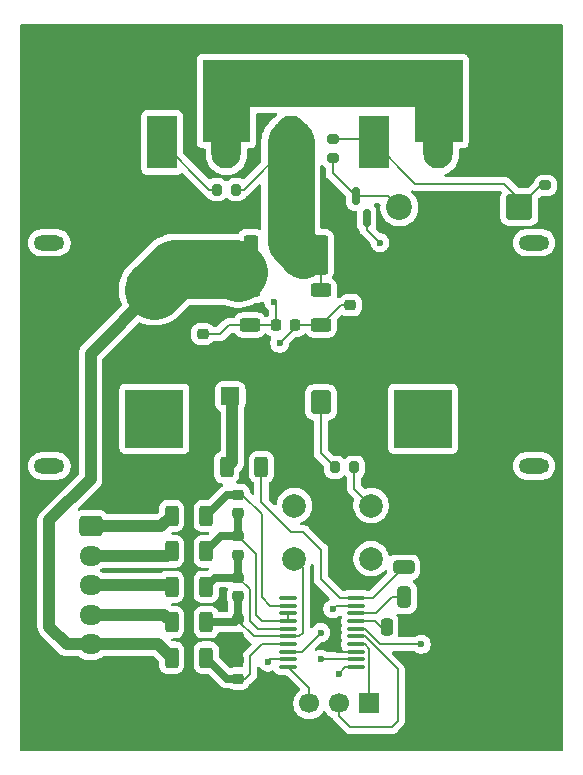
<source format=gbr>
%TF.GenerationSoftware,KiCad,Pcbnew,9.0.3*%
%TF.CreationDate,2025-12-08T06:42:03-06:00*%
%TF.ProjectId,roboboat bms v2,726f626f-626f-4617-9420-626d73207632,rev?*%
%TF.SameCoordinates,Original*%
%TF.FileFunction,Copper,L1,Top*%
%TF.FilePolarity,Positive*%
%FSLAX46Y46*%
G04 Gerber Fmt 4.6, Leading zero omitted, Abs format (unit mm)*
G04 Created by KiCad (PCBNEW 9.0.3) date 2025-12-08 06:42:03*
%MOMM*%
%LPD*%
G01*
G04 APERTURE LIST*
G04 Aperture macros list*
%AMRoundRect*
0 Rectangle with rounded corners*
0 $1 Rounding radius*
0 $2 $3 $4 $5 $6 $7 $8 $9 X,Y pos of 4 corners*
0 Add a 4 corners polygon primitive as box body*
4,1,4,$2,$3,$4,$5,$6,$7,$8,$9,$2,$3,0*
0 Add four circle primitives for the rounded corners*
1,1,$1+$1,$2,$3*
1,1,$1+$1,$4,$5*
1,1,$1+$1,$6,$7*
1,1,$1+$1,$8,$9*
0 Add four rect primitives between the rounded corners*
20,1,$1+$1,$2,$3,$4,$5,0*
20,1,$1+$1,$4,$5,$6,$7,0*
20,1,$1+$1,$6,$7,$8,$9,0*
20,1,$1+$1,$8,$9,$2,$3,0*%
G04 Aperture macros list end*
%TA.AperFunction,Conductor*%
%ADD10C,0.000000*%
%TD*%
%TA.AperFunction,SMDPad,CuDef*%
%ADD11RoundRect,0.225000X0.250000X-0.225000X0.250000X0.225000X-0.250000X0.225000X-0.250000X-0.225000X0*%
%TD*%
%TA.AperFunction,SMDPad,CuDef*%
%ADD12RoundRect,0.250000X-0.362500X-1.425000X0.362500X-1.425000X0.362500X1.425000X-0.362500X1.425000X0*%
%TD*%
%TA.AperFunction,SMDPad,CuDef*%
%ADD13RoundRect,0.250000X-0.312500X-0.625000X0.312500X-0.625000X0.312500X0.625000X-0.312500X0.625000X0*%
%TD*%
%TA.AperFunction,SMDPad,CuDef*%
%ADD14RoundRect,0.200000X-0.200000X-0.275000X0.200000X-0.275000X0.200000X0.275000X-0.200000X0.275000X0*%
%TD*%
%TA.AperFunction,SMDPad,CuDef*%
%ADD15RoundRect,0.225000X-0.250000X0.225000X-0.250000X-0.225000X0.250000X-0.225000X0.250000X0.225000X0*%
%TD*%
%TA.AperFunction,SMDPad,CuDef*%
%ADD16RoundRect,0.250000X-0.650000X0.325000X-0.650000X-0.325000X0.650000X-0.325000X0.650000X0.325000X0*%
%TD*%
%TA.AperFunction,ComponentPad*%
%ADD17R,1.700000X1.700000*%
%TD*%
%TA.AperFunction,ComponentPad*%
%ADD18C,1.700000*%
%TD*%
%TA.AperFunction,ComponentPad*%
%ADD19C,2.000000*%
%TD*%
%TA.AperFunction,ComponentPad*%
%ADD20RoundRect,0.250000X-0.550000X-0.550000X0.550000X-0.550000X0.550000X0.550000X-0.550000X0.550000X0*%
%TD*%
%TA.AperFunction,ComponentPad*%
%ADD21C,1.600000*%
%TD*%
%TA.AperFunction,SMDPad,CuDef*%
%ADD22RoundRect,0.250000X-0.250000X-0.475000X0.250000X-0.475000X0.250000X0.475000X-0.250000X0.475000X0*%
%TD*%
%TA.AperFunction,ComponentPad*%
%ADD23RoundRect,0.250000X-0.600000X-0.750000X0.600000X-0.750000X0.600000X0.750000X-0.600000X0.750000X0*%
%TD*%
%TA.AperFunction,ComponentPad*%
%ADD24O,1.700000X2.000000*%
%TD*%
%TA.AperFunction,SMDPad,CuDef*%
%ADD25RoundRect,0.250000X0.325000X0.650000X-0.325000X0.650000X-0.325000X-0.650000X0.325000X-0.650000X0*%
%TD*%
%TA.AperFunction,ComponentPad*%
%ADD26RoundRect,0.250000X-0.725000X0.600000X-0.725000X-0.600000X0.725000X-0.600000X0.725000X0.600000X0*%
%TD*%
%TA.AperFunction,ComponentPad*%
%ADD27O,1.950000X1.700000*%
%TD*%
%TA.AperFunction,SMDPad,CuDef*%
%ADD28RoundRect,0.250000X0.625000X-0.312500X0.625000X0.312500X-0.625000X0.312500X-0.625000X-0.312500X0*%
%TD*%
%TA.AperFunction,SMDPad,CuDef*%
%ADD29RoundRect,0.100000X0.637500X0.100000X-0.637500X0.100000X-0.637500X-0.100000X0.637500X-0.100000X0*%
%TD*%
%TA.AperFunction,ComponentPad*%
%ADD30RoundRect,0.249999X0.850001X0.850001X-0.850001X0.850001X-0.850001X-0.850001X0.850001X-0.850001X0*%
%TD*%
%TA.AperFunction,ComponentPad*%
%ADD31C,2.200000*%
%TD*%
%TA.AperFunction,ComponentPad*%
%ADD32R,2.500000X4.500000*%
%TD*%
%TA.AperFunction,ComponentPad*%
%ADD33O,2.500000X4.500000*%
%TD*%
%TA.AperFunction,SMDPad,CuDef*%
%ADD34RoundRect,0.200000X0.275000X-0.200000X0.275000X0.200000X-0.275000X0.200000X-0.275000X-0.200000X0*%
%TD*%
%TA.AperFunction,ComponentPad*%
%ADD35C,4.916000*%
%TD*%
%TA.AperFunction,ComponentPad*%
%ADD36O,2.600000X1.300000*%
%TD*%
%TA.AperFunction,ComponentPad*%
%ADD37R,4.916000X4.916000*%
%TD*%
%TA.AperFunction,SMDPad,CuDef*%
%ADD38RoundRect,0.200000X0.200000X0.275000X-0.200000X0.275000X-0.200000X-0.275000X0.200000X-0.275000X0*%
%TD*%
%TA.AperFunction,SMDPad,CuDef*%
%ADD39RoundRect,0.200000X-0.275000X0.200000X-0.275000X-0.200000X0.275000X-0.200000X0.275000X0.200000X0*%
%TD*%
%TA.AperFunction,SMDPad,CuDef*%
%ADD40RoundRect,0.150000X0.150000X-0.587500X0.150000X0.587500X-0.150000X0.587500X-0.150000X-0.587500X0*%
%TD*%
%TA.AperFunction,SMDPad,CuDef*%
%ADD41RoundRect,0.225000X-0.225000X-0.250000X0.225000X-0.250000X0.225000X0.250000X-0.225000X0.250000X0*%
%TD*%
%TA.AperFunction,ViaPad*%
%ADD42C,0.600000*%
%TD*%
%TA.AperFunction,Conductor*%
%ADD43C,0.670000*%
%TD*%
%TA.AperFunction,Conductor*%
%ADD44C,0.200000*%
%TD*%
%TA.AperFunction,Conductor*%
%ADD45C,1.000000*%
%TD*%
%TA.AperFunction,Conductor*%
%ADD46C,4.000000*%
%TD*%
%TA.AperFunction,Conductor*%
%ADD47C,5.000000*%
%TD*%
G04 APERTURE END LIST*
D10*
%TA.AperFunction,Conductor*%
%TO.N,Net-(Q1-D)*%
G36*
X87000000Y-116500000D02*
G01*
X65000000Y-116500000D01*
X65000000Y-112500000D01*
X87000000Y-112500000D01*
X87000000Y-116500000D01*
G37*
%TD.AperFunction*%
%TA.AperFunction,Conductor*%
G36*
X69000000Y-119500000D02*
G01*
X65000000Y-119500000D01*
X65000000Y-112500000D01*
X69000000Y-112500000D01*
X69000000Y-119500000D01*
G37*
%TD.AperFunction*%
%TA.AperFunction,Conductor*%
G36*
X87000000Y-119500000D02*
G01*
X83000000Y-119500000D01*
X83000000Y-112500000D01*
X87000000Y-112500000D01*
X87000000Y-119500000D01*
G37*
%TD.AperFunction*%
%TD*%
D11*
%TO.P,C3,1*%
%TO.N,Net-(U1-SRN)*%
X77500000Y-133275000D03*
%TO.P,C3,2*%
%TO.N,GND*%
X77500000Y-131725000D03*
%TD*%
D12*
%TO.P,Rsns1,1*%
%TO.N,Net-(J3-NEG)*%
X69037500Y-129000000D03*
%TO.P,Rsns1,2*%
%TO.N,Net-(Q5-S)*%
X74962500Y-129000000D03*
%TD*%
D13*
%TO.P,Rc4,1*%
%TO.N,Net-(J6-Pin_4)*%
X62362500Y-160125000D03*
%TO.P,Rc4,2*%
%TO.N,Net-(U1-VC1)*%
X65287500Y-160125000D03*
%TD*%
%TO.P,Rc2,1*%
%TO.N,Net-(J6-Pin_2)*%
X62362500Y-154125000D03*
%TO.P,Rc2,2*%
%TO.N,Net-(U1-VC3)*%
X65287500Y-154125000D03*
%TD*%
D14*
%TO.P,R4,1*%
%TO.N,Net-(Q5-G)*%
X66175000Y-123500000D03*
%TO.P,R4,2*%
%TO.N,Net-(Q5-S)*%
X67825000Y-123500000D03*
%TD*%
D15*
%TO.P,Cc1,1*%
%TO.N,Net-(U1-VC5)*%
X68000000Y-149350000D03*
%TO.P,Cc1,2*%
%TO.N,Net-(U1-VC3)*%
X68000000Y-150900000D03*
%TD*%
D13*
%TO.P,Rc3,1*%
%TO.N,Net-(J6-Pin_3)*%
X62362500Y-157125000D03*
%TO.P,Rc3,2*%
%TO.N,Net-(U1-VC2)*%
X65287500Y-157125000D03*
%TD*%
D15*
%TO.P,Cc2,1*%
%TO.N,Net-(U1-VC3)*%
X68000000Y-152850000D03*
%TO.P,Cc2,2*%
%TO.N,Net-(U1-VC2)*%
X68000000Y-154400000D03*
%TD*%
D16*
%TO.P,Cf1,1*%
%TO.N,GND*%
X82000000Y-152525000D03*
%TO.P,Cf1,2*%
%TO.N,Net-(U1-BAT)*%
X82000000Y-155475000D03*
%TD*%
D17*
%TO.P,J1,1,Pin_1*%
%TO.N,Net-(J1-Pin_1)*%
X79080000Y-167000000D03*
D18*
%TO.P,J1,2,Pin_2*%
%TO.N,Net-(J1-Pin_2)*%
X76540000Y-167000000D03*
%TO.P,J1,3,Pin_3*%
%TO.N,Net-(J1-Pin_3)*%
X74000000Y-167000000D03*
%TO.P,J1,4,Pin_4*%
%TO.N,GND*%
X71460000Y-167000000D03*
%TD*%
D15*
%TO.P,Cc4,1*%
%TO.N,Net-(U1-VC1)*%
X68000000Y-159850000D03*
%TO.P,Cc4,2*%
%TO.N,GND*%
X68000000Y-161400000D03*
%TD*%
D19*
%TO.P,SW1,1,1*%
%TO.N,Net-(R7-Pad1)*%
X72750000Y-150250000D03*
X79250000Y-150250000D03*
%TO.P,SW1,2,2*%
%TO.N,Net-(U1-VC1)*%
X72750000Y-154750000D03*
X79250000Y-154750000D03*
%TD*%
D20*
%TO.P,C4,1*%
%TO.N,VBUS*%
X67317621Y-141000000D03*
D21*
%TO.P,C4,2*%
%TO.N,GND*%
X69817621Y-141000000D03*
%TD*%
D22*
%TO.P,C5,1*%
%TO.N,Net-(U1-CAP1)*%
X80550000Y-160500000D03*
%TO.P,C5,2*%
%TO.N,GND*%
X82450000Y-160500000D03*
%TD*%
D23*
%TO.P,J7,1,Pin_1*%
%TO.N,Net-(J7-Pin_1)*%
X75000000Y-141500000D03*
D24*
%TO.P,J7,2,Pin_2*%
%TO.N,GND*%
X77500000Y-141500000D03*
%TD*%
D25*
%TO.P,C6,1*%
%TO.N,GND*%
X84975000Y-158000000D03*
%TO.P,C6,2*%
%TO.N,Net-(U1-REGOUT)*%
X82025000Y-158000000D03*
%TD*%
D26*
%TO.P,J6,1,Pin_1*%
%TO.N,VBUS*%
X55500000Y-152000000D03*
D27*
%TO.P,J6,2,Pin_2*%
%TO.N,Net-(J6-Pin_2)*%
X55500000Y-154500000D03*
%TO.P,J6,3,Pin_3*%
%TO.N,Net-(J6-Pin_3)*%
X55500000Y-157000000D03*
%TO.P,J6,4,Pin_4*%
%TO.N,Net-(J6-Pin_4)*%
X55500000Y-159500000D03*
%TO.P,J6,5,Pin_5*%
%TO.N,Net-(J3-NEG)*%
X55500000Y-162000000D03*
%TD*%
D28*
%TO.P,R1,1*%
%TO.N,Net-(U1-SRP)*%
X69000000Y-134962500D03*
%TO.P,R1,2*%
%TO.N,Net-(J3-NEG)*%
X69000000Y-132037500D03*
%TD*%
D29*
%TO.P,U1,1,DSG*%
%TO.N,Net-(Q5-G)*%
X77962500Y-163925000D03*
%TO.P,U1,2,CHG*%
%TO.N,Net-(Q3-S)*%
X77962500Y-163275000D03*
%TO.P,U1,3,VSS*%
%TO.N,GND*%
X77962500Y-162625000D03*
%TO.P,U1,4,SDA*%
%TO.N,Net-(J1-Pin_1)*%
X77962500Y-161975000D03*
%TO.P,U1,5,SCL*%
%TO.N,Net-(J1-Pin_2)*%
X77962500Y-161325000D03*
%TO.P,U1,6,TS1*%
%TO.N,Net-(J7-Pin_1)*%
X77962500Y-160675000D03*
%TO.P,U1,7,CAP1*%
%TO.N,Net-(U1-CAP1)*%
X77962500Y-160025000D03*
%TO.P,U1,8,REGOUT*%
%TO.N,Net-(U1-REGOUT)*%
X77962500Y-159375000D03*
%TO.P,U1,9,REGSRC*%
%TO.N,VBUS*%
X77962500Y-158725000D03*
%TO.P,U1,10,BAT*%
%TO.N,Net-(U1-BAT)*%
X77962500Y-158075000D03*
%TO.P,U1,11,NC*%
%TO.N,unconnected-(U1-NC-Pad11)*%
X72237500Y-158075000D03*
%TO.P,U1,12,VC5*%
%TO.N,Net-(U1-VC5)*%
X72237500Y-158725000D03*
%TO.P,U1,13,VC4*%
%TO.N,Net-(U1-VC3)*%
X72237500Y-159375000D03*
%TO.P,U1,14,VC3*%
X72237500Y-160025000D03*
%TO.P,U1,15,VC2*%
%TO.N,Net-(U1-VC2)*%
X72237500Y-160675000D03*
%TO.P,U1,16,VC1*%
%TO.N,Net-(U1-VC1)*%
X72237500Y-161325000D03*
%TO.P,U1,17,VC0*%
%TO.N,Net-(U1-VC0)*%
X72237500Y-161975000D03*
%TO.P,U1,18,SRP*%
%TO.N,Net-(U1-SRP)*%
X72237500Y-162625000D03*
%TO.P,U1,19,SRN*%
%TO.N,Net-(U1-SRN)*%
X72237500Y-163275000D03*
%TO.P,U1,20,ALERT*%
%TO.N,Net-(J1-Pin_3)*%
X72237500Y-163925000D03*
%TD*%
D30*
%TO.P,D1,1,K*%
%TO.N,Net-(D1-K)*%
X91800000Y-125000000D03*
D31*
%TO.P,D1,2,A*%
%TO.N,Net-(D1-A)*%
X81640000Y-125000000D03*
%TD*%
D13*
%TO.P,Rc5,1*%
%TO.N,Net-(J3-NEG)*%
X62362500Y-163125000D03*
%TO.P,Rc5,2*%
%TO.N,Net-(U1-VC0)*%
X65287500Y-163125000D03*
%TD*%
D15*
%TO.P,Cc5,1*%
%TO.N,GND*%
X68000000Y-163350000D03*
%TO.P,Cc5,2*%
%TO.N,Net-(U1-VC0)*%
X68000000Y-164900000D03*
%TD*%
D13*
%TO.P,Rf1,1*%
%TO.N,VBUS*%
X67037500Y-147000000D03*
%TO.P,Rf1,2*%
%TO.N,Net-(U1-BAT)*%
X69962500Y-147000000D03*
%TD*%
D32*
%TO.P,Q1,1,G*%
%TO.N,Net-(D1-K)*%
X79500000Y-119500000D03*
D33*
%TO.P,Q1,2,D*%
%TO.N,Net-(Q1-D)*%
X84950000Y-119500000D03*
%TO.P,Q1,3,S*%
%TO.N,GND*%
X90400000Y-119500000D03*
%TD*%
D34*
%TO.P,R3,1*%
%TO.N,Net-(D1-A)*%
X76000000Y-120825000D03*
%TO.P,R3,2*%
%TO.N,Net-(D1-K)*%
X76000000Y-119175000D03*
%TD*%
D35*
%TO.P,J4,N,NEG*%
%TO.N,GND*%
X83650000Y-132000000D03*
D36*
%TO.P,J4,NC,NC*%
%TO.N,unconnected-(J4-PadNC)*%
X93050000Y-146900000D03*
%TO.N,unconnected-(J4-PadNC)_1*%
X93050000Y-128000000D03*
D37*
%TO.P,J4,P,POS*%
%TO.N,VBUS*%
X83650000Y-142900000D03*
%TD*%
D35*
%TO.P,J3,N,NEG*%
%TO.N,Net-(J3-NEG)*%
X60900000Y-132000000D03*
D36*
%TO.P,J3,NC,NC*%
%TO.N,unconnected-(J3-PadNC)*%
X52000000Y-128000000D03*
%TO.N,unconnected-(J3-PadNC)_1*%
X52000000Y-146900000D03*
D37*
%TO.P,J3,P,POS*%
%TO.N,VBUS*%
X60900000Y-142900000D03*
%TD*%
D38*
%TO.P,R7,1*%
%TO.N,Net-(R7-Pad1)*%
X77825000Y-147000000D03*
%TO.P,R7,2*%
%TO.N,Net-(J7-Pin_1)*%
X76175000Y-147000000D03*
%TD*%
D28*
%TO.P,R2,1*%
%TO.N,Net-(U1-SRN)*%
X75000000Y-134962500D03*
%TO.P,R2,2*%
%TO.N,Net-(Q5-S)*%
X75000000Y-132037500D03*
%TD*%
D39*
%TO.P,R5,1*%
%TO.N,GND*%
X94000000Y-121500000D03*
%TO.P,R5,2*%
%TO.N,Net-(D1-K)*%
X94000000Y-123150000D03*
%TD*%
D11*
%TO.P,C1,1*%
%TO.N,GND*%
X65000000Y-137275000D03*
%TO.P,C1,2*%
%TO.N,Net-(U1-SRP)*%
X65000000Y-135725000D03*
%TD*%
D40*
%TO.P,Q3,1,G*%
%TO.N,GND*%
X76987500Y-125937500D03*
%TO.P,Q3,2,S*%
%TO.N,Net-(Q3-S)*%
X78887500Y-125937500D03*
%TO.P,Q3,3,D*%
%TO.N,Net-(D1-A)*%
X77937500Y-124062500D03*
%TD*%
D15*
%TO.P,Cc3,1*%
%TO.N,Net-(U1-VC2)*%
X68000000Y-156350000D03*
%TO.P,Cc3,2*%
%TO.N,Net-(U1-VC1)*%
X68000000Y-157900000D03*
%TD*%
D41*
%TO.P,C2,1*%
%TO.N,Net-(U1-SRP)*%
X71225000Y-135000000D03*
%TO.P,C2,2*%
%TO.N,Net-(U1-SRN)*%
X72775000Y-135000000D03*
%TD*%
D13*
%TO.P,Rc1,1*%
%TO.N,VBUS*%
X62362500Y-151125000D03*
%TO.P,Rc1,2*%
%TO.N,Net-(U1-VC5)*%
X65287500Y-151125000D03*
%TD*%
D32*
%TO.P,Q5,1,G*%
%TO.N,Net-(Q5-G)*%
X61550000Y-119500000D03*
D33*
%TO.P,Q5,2,D*%
%TO.N,Net-(Q1-D)*%
X67000000Y-119500000D03*
%TO.P,Q5,3,S*%
%TO.N,Net-(Q5-S)*%
X72450000Y-119500000D03*
%TD*%
D42*
%TO.N,GND*%
X76500000Y-162500000D03*
%TO.N,Net-(U1-SRP)*%
X71000000Y-133000000D03*
X75000000Y-161000000D03*
%TO.N,Net-(U1-SRN)*%
X70500000Y-163500000D03*
X71500000Y-136500000D03*
%TO.N,VBUS*%
X76000000Y-159000000D03*
%TO.N,Net-(J7-Pin_1)*%
X83500000Y-162000000D03*
%TO.N,Net-(Q3-S)*%
X80000000Y-128000000D03*
X75000000Y-163275000D03*
%TO.N,Net-(Q5-G)*%
X76500000Y-164500000D03*
%TD*%
D43*
%TO.N,GND*%
X68000000Y-161400000D02*
X68000000Y-163350000D01*
D44*
X76625000Y-162625000D02*
X76500000Y-162500000D01*
X77962500Y-162625000D02*
X76625000Y-162625000D01*
%TO.N,Net-(U1-SRP)*%
X69037500Y-135000000D02*
X69000000Y-134962500D01*
X71225000Y-135000000D02*
X69037500Y-135000000D01*
X72237500Y-162625000D02*
X73375000Y-162625000D01*
X68962500Y-135000000D02*
X69000000Y-134962500D01*
X71000000Y-133000000D02*
X71225000Y-133225000D01*
X66450000Y-135725000D02*
X67175000Y-135000000D01*
X73375000Y-162625000D02*
X75000000Y-161000000D01*
X71225000Y-133225000D02*
X71225000Y-135000000D01*
X67175000Y-135000000D02*
X68962500Y-135000000D01*
X65000000Y-135725000D02*
X66450000Y-135725000D01*
%TO.N,Net-(U1-SRN)*%
X75037500Y-134962500D02*
X76725000Y-133275000D01*
X72775000Y-135000000D02*
X74962500Y-135000000D01*
X74962500Y-135000000D02*
X75000000Y-134962500D01*
X72237500Y-163275000D02*
X70725000Y-163275000D01*
X75000000Y-134962500D02*
X75037500Y-134962500D01*
X72775000Y-135225000D02*
X72775000Y-135000000D01*
X76725000Y-133275000D02*
X77500000Y-133275000D01*
X71500000Y-136500000D02*
X72775000Y-135225000D01*
X70725000Y-163275000D02*
X70500000Y-163500000D01*
D45*
%TO.N,VBUS*%
X55500000Y-152000000D02*
X61487500Y-152000000D01*
X67500000Y-141000000D02*
X67500000Y-146537500D01*
D44*
X76275000Y-158725000D02*
X76000000Y-159000000D01*
D45*
X67500000Y-146537500D02*
X67037500Y-147000000D01*
D44*
X77962500Y-158725000D02*
X76275000Y-158725000D01*
D45*
X61487500Y-152000000D02*
X62362500Y-151125000D01*
D44*
%TO.N,Net-(U1-CAP1)*%
X79575000Y-160025000D02*
X80050000Y-160500000D01*
X77962500Y-160025000D02*
X79575000Y-160025000D01*
X80050000Y-160500000D02*
X80550000Y-160500000D01*
%TO.N,Net-(U1-REGOUT)*%
X79650000Y-159375000D02*
X81025000Y-158000000D01*
X77962500Y-159375000D02*
X79650000Y-159375000D01*
X82025000Y-158000000D02*
X81025000Y-158000000D01*
%TO.N,Net-(U1-VC5)*%
X70000000Y-158000000D02*
X70000000Y-151000000D01*
D43*
X65287500Y-151125000D02*
X67062500Y-149350000D01*
D44*
X70725000Y-158725000D02*
X70000000Y-158000000D01*
X72237500Y-158725000D02*
X70725000Y-158725000D01*
D43*
X67062500Y-149350000D02*
X68000000Y-149350000D01*
D44*
X70000000Y-151000000D02*
X68350000Y-149350000D01*
X68350000Y-149350000D02*
X68000000Y-149350000D01*
%TO.N,Net-(U1-VC3)*%
X69500000Y-159500000D02*
X69500000Y-154350000D01*
X70025000Y-160025000D02*
X69500000Y-159500000D01*
D43*
X66562500Y-152850000D02*
X68000000Y-152850000D01*
D44*
X72237500Y-160025000D02*
X70025000Y-160025000D01*
D43*
X65287500Y-154125000D02*
X66562500Y-152850000D01*
D44*
X69500000Y-154350000D02*
X68000000Y-152850000D01*
X72237500Y-159375000D02*
X72237500Y-160025000D01*
D43*
X68000000Y-150900000D02*
X68000000Y-152850000D01*
%TO.N,Net-(U1-VC2)*%
X68000000Y-154400000D02*
X68000000Y-156350000D01*
X65287500Y-157125000D02*
X66062500Y-156350000D01*
D44*
X69000000Y-157350000D02*
X68000000Y-156350000D01*
D43*
X66062500Y-156350000D02*
X68000000Y-156350000D01*
D44*
X69675000Y-160675000D02*
X69000000Y-160000000D01*
X69000000Y-160000000D02*
X69000000Y-157350000D01*
X72237500Y-160675000D02*
X69675000Y-160675000D01*
%TO.N,Net-(U1-VC1)*%
X68000000Y-160000000D02*
X68000000Y-159850000D01*
X72750000Y-154750000D02*
X73500000Y-155500000D01*
X73500000Y-155500000D02*
X73500000Y-161000000D01*
X69325000Y-161325000D02*
X68000000Y-160000000D01*
X73500000Y-161000000D02*
X73175000Y-161325000D01*
D43*
X65287500Y-160125000D02*
X67725000Y-160125000D01*
X67725000Y-160125000D02*
X68000000Y-159850000D01*
D44*
X72237500Y-161325000D02*
X69325000Y-161325000D01*
X73175000Y-161325000D02*
X72237500Y-161325000D01*
D43*
X68000000Y-157900000D02*
X68000000Y-159850000D01*
D44*
%TO.N,Net-(U1-VC0)*%
X69000000Y-163000000D02*
X69000000Y-164500000D01*
X69000000Y-164500000D02*
X68600000Y-164900000D01*
D43*
X67062500Y-164900000D02*
X68000000Y-164900000D01*
D44*
X72237500Y-161975000D02*
X70025000Y-161975000D01*
D43*
X65287500Y-163125000D02*
X67062500Y-164900000D01*
D44*
X68600000Y-164900000D02*
X68000000Y-164900000D01*
X70025000Y-161975000D02*
X69000000Y-163000000D01*
%TO.N,Net-(U1-BAT)*%
X69962500Y-149962500D02*
X69962500Y-147000000D01*
X72500000Y-152500000D02*
X69962500Y-149962500D01*
X79400000Y-158075000D02*
X82000000Y-155475000D01*
X73500000Y-152500000D02*
X72500000Y-152500000D01*
X77962500Y-158075000D02*
X79400000Y-158075000D01*
X75000000Y-156500000D02*
X75000000Y-154000000D01*
X76575000Y-158075000D02*
X75000000Y-156500000D01*
X75000000Y-154000000D02*
X73500000Y-152500000D01*
X77962500Y-158075000D02*
X76575000Y-158075000D01*
%TO.N,Net-(D1-K)*%
X94000000Y-123150000D02*
X93650000Y-123150000D01*
X93650000Y-123150000D02*
X91800000Y-125000000D01*
X79175000Y-119175000D02*
X79500000Y-119500000D01*
X90500000Y-123000000D02*
X83000000Y-123000000D01*
X76000000Y-119175000D02*
X79175000Y-119175000D01*
X91800000Y-125000000D02*
X91800000Y-124300000D01*
X83000000Y-123000000D02*
X79500000Y-119500000D01*
X91800000Y-124300000D02*
X90500000Y-123000000D01*
%TO.N,Net-(D1-A)*%
X76000000Y-122125000D02*
X77937500Y-124062500D01*
X76000000Y-120825000D02*
X76000000Y-122125000D01*
X80702500Y-124062500D02*
X77937500Y-124062500D01*
X81640000Y-125000000D02*
X80702500Y-124062500D01*
%TO.N,Net-(J1-Pin_1)*%
X79080000Y-162355001D02*
X79080000Y-167000000D01*
X77962500Y-161975000D02*
X78699999Y-161975000D01*
X78699999Y-161975000D02*
X79080000Y-162355001D01*
%TO.N,Net-(J1-Pin_3)*%
X74000000Y-165687500D02*
X74000000Y-167000000D01*
X72237500Y-163925000D02*
X74000000Y-165687500D01*
%TO.N,Net-(J1-Pin_2)*%
X81500000Y-164125001D02*
X81500000Y-168500000D01*
X81000000Y-169000000D02*
X77500000Y-169000000D01*
X78699999Y-161325000D02*
X81500000Y-164125001D01*
X77500000Y-169000000D02*
X76540000Y-168040000D01*
X77962500Y-161325000D02*
X78699999Y-161325000D01*
X81500000Y-168500000D02*
X81000000Y-169000000D01*
X76540000Y-168040000D02*
X76540000Y-167000000D01*
%TO.N,Net-(J7-Pin_1)*%
X77962500Y-160675000D02*
X78713840Y-160675000D01*
X75000000Y-145825000D02*
X76175000Y-147000000D01*
X75000000Y-141500000D02*
X75000000Y-145825000D01*
X80038840Y-162000000D02*
X83500000Y-162000000D01*
X78713840Y-160675000D02*
X80038840Y-162000000D01*
%TO.N,Net-(Q3-S)*%
X77962500Y-163275000D02*
X75000000Y-163275000D01*
X80000000Y-128000000D02*
X78887500Y-126887500D01*
X78887500Y-126887500D02*
X78887500Y-125937500D01*
%TO.N,Net-(Q5-G)*%
X65550000Y-123500000D02*
X61550000Y-119500000D01*
X77962500Y-163925000D02*
X77075000Y-163925000D01*
X66175000Y-123500000D02*
X65550000Y-123500000D01*
X77075000Y-163925000D02*
X76500000Y-164500000D01*
%TO.N,Net-(Q5-S)*%
X68450000Y-123500000D02*
X72450000Y-119500000D01*
X75000000Y-132037500D02*
X75000000Y-129037500D01*
D46*
X72450000Y-119500000D02*
X72450000Y-127950000D01*
X72450000Y-127950000D02*
X73500000Y-129000000D01*
D44*
X75000000Y-129037500D02*
X74962500Y-129000000D01*
X68450000Y-123500000D02*
X67825000Y-123500000D01*
%TO.N,Net-(R7-Pad1)*%
X77825000Y-147000000D02*
X77825000Y-148825000D01*
X77825000Y-148825000D02*
X79250000Y-150250000D01*
D45*
%TO.N,Net-(J3-NEG)*%
X55500000Y-162000000D02*
X61237500Y-162000000D01*
X52000000Y-151500000D02*
X55500000Y-148000000D01*
X55500000Y-137400000D02*
X60900000Y-132000000D01*
D47*
X67749000Y-130249000D02*
X68000000Y-130500000D01*
D45*
X52000000Y-160500000D02*
X52000000Y-151500000D01*
X55500000Y-148000000D02*
X55500000Y-137400000D01*
X55500000Y-162000000D02*
X53500000Y-162000000D01*
D47*
X60900000Y-132000000D02*
X62651000Y-130249000D01*
X62651000Y-130249000D02*
X67749000Y-130249000D01*
D45*
X53500000Y-162000000D02*
X52000000Y-160500000D01*
X61237500Y-162000000D02*
X62362500Y-163125000D01*
%TO.N,Net-(J6-Pin_3)*%
X62237500Y-157000000D02*
X62362500Y-157125000D01*
X55500000Y-157000000D02*
X62237500Y-157000000D01*
%TO.N,Net-(J6-Pin_2)*%
X55500000Y-154500000D02*
X61987500Y-154500000D01*
X61987500Y-154500000D02*
X62362500Y-154125000D01*
%TO.N,Net-(J6-Pin_4)*%
X61737500Y-159500000D02*
X62362500Y-160125000D01*
X55500000Y-159500000D02*
X61737500Y-159500000D01*
%TD*%
%TA.AperFunction,Conductor*%
%TO.N,GND*%
G36*
X74300518Y-155195569D02*
G01*
X74330212Y-155200709D01*
X74334005Y-155204190D01*
X74338992Y-155205474D01*
X74359483Y-155227574D01*
X74381688Y-155247953D01*
X74383106Y-155253050D01*
X74386498Y-155256709D01*
X74390736Y-155280482D01*
X74399500Y-155311986D01*
X74399500Y-156413330D01*
X74399499Y-156413348D01*
X74399499Y-156579054D01*
X74399498Y-156579054D01*
X74440423Y-156731785D01*
X74469358Y-156781900D01*
X74469359Y-156781904D01*
X74469360Y-156781904D01*
X74519479Y-156868714D01*
X74519481Y-156868717D01*
X74638349Y-156987585D01*
X74638355Y-156987590D01*
X75716259Y-158065494D01*
X75749744Y-158126817D01*
X75744760Y-158196509D01*
X75702888Y-158252442D01*
X75676032Y-158267735D01*
X75620829Y-158290601D01*
X75620814Y-158290609D01*
X75489711Y-158378210D01*
X75489707Y-158378213D01*
X75378213Y-158489707D01*
X75378210Y-158489711D01*
X75290609Y-158620814D01*
X75290602Y-158620827D01*
X75230264Y-158766498D01*
X75230261Y-158766510D01*
X75199500Y-158921153D01*
X75199500Y-159078846D01*
X75230261Y-159233489D01*
X75230264Y-159233501D01*
X75290602Y-159379172D01*
X75290609Y-159379185D01*
X75378210Y-159510288D01*
X75378213Y-159510292D01*
X75489707Y-159621786D01*
X75489711Y-159621789D01*
X75620814Y-159709390D01*
X75620827Y-159709397D01*
X75762874Y-159768234D01*
X75766503Y-159769737D01*
X75921153Y-159800499D01*
X75921156Y-159800500D01*
X75921158Y-159800500D01*
X76078844Y-159800500D01*
X76078845Y-159800499D01*
X76233497Y-159769737D01*
X76379179Y-159709394D01*
X76510289Y-159621789D01*
X76538543Y-159593534D01*
X76567346Y-159577806D01*
X76595561Y-159561067D01*
X76597851Y-159561148D01*
X76599864Y-159560050D01*
X76632597Y-159562390D01*
X76665386Y-159563563D01*
X76667269Y-159564870D01*
X76669556Y-159565034D01*
X76695820Y-159584694D01*
X76722778Y-159603412D01*
X76724338Y-159606041D01*
X76725490Y-159606904D01*
X76740786Y-159633766D01*
X76748566Y-159652550D01*
X76756033Y-159722020D01*
X76748566Y-159747450D01*
X76739957Y-159768234D01*
X76739955Y-159768239D01*
X76724500Y-159885638D01*
X76724500Y-160164363D01*
X76739953Y-160281753D01*
X76739957Y-160281765D01*
X76748566Y-160302550D01*
X76756033Y-160372019D01*
X76748566Y-160397450D01*
X76739957Y-160418234D01*
X76739955Y-160418239D01*
X76724500Y-160535638D01*
X76724500Y-160814363D01*
X76739953Y-160931753D01*
X76739957Y-160931765D01*
X76748566Y-160952550D01*
X76756033Y-161022019D01*
X76748566Y-161047450D01*
X76739957Y-161068234D01*
X76739955Y-161068239D01*
X76724500Y-161185638D01*
X76724500Y-161464363D01*
X76739953Y-161581753D01*
X76739957Y-161581765D01*
X76748566Y-161602550D01*
X76756033Y-161672019D01*
X76748566Y-161697450D01*
X76739957Y-161718234D01*
X76739955Y-161718239D01*
X76724500Y-161835638D01*
X76724500Y-162114363D01*
X76739953Y-162231753D01*
X76739956Y-162231762D01*
X76800464Y-162377842D01*
X76875027Y-162475014D01*
X76900221Y-162540183D01*
X76886183Y-162608628D01*
X76837369Y-162658617D01*
X76776651Y-162674500D01*
X75579766Y-162674500D01*
X75512727Y-162654815D01*
X75510875Y-162653602D01*
X75379185Y-162565609D01*
X75379172Y-162565602D01*
X75233501Y-162505264D01*
X75233489Y-162505261D01*
X75078845Y-162474500D01*
X75078842Y-162474500D01*
X74921158Y-162474500D01*
X74921155Y-162474500D01*
X74766510Y-162505261D01*
X74766503Y-162505263D01*
X74621132Y-162565476D01*
X74551663Y-162572944D01*
X74489184Y-162541668D01*
X74453532Y-162481579D01*
X74456027Y-162411754D01*
X74485997Y-162363236D01*
X75014662Y-161834572D01*
X75075983Y-161801089D01*
X75078150Y-161800638D01*
X75136085Y-161789113D01*
X75233497Y-161769737D01*
X75379179Y-161709394D01*
X75510289Y-161621789D01*
X75621789Y-161510289D01*
X75709394Y-161379179D01*
X75769737Y-161233497D01*
X75800500Y-161078842D01*
X75800500Y-160921158D01*
X75800500Y-160921155D01*
X75800499Y-160921153D01*
X75796848Y-160902797D01*
X75769737Y-160766503D01*
X75755834Y-160732938D01*
X75709397Y-160620827D01*
X75709390Y-160620814D01*
X75621789Y-160489711D01*
X75621786Y-160489707D01*
X75510292Y-160378213D01*
X75510288Y-160378210D01*
X75379185Y-160290609D01*
X75379172Y-160290602D01*
X75233501Y-160230264D01*
X75233489Y-160230261D01*
X75078845Y-160199500D01*
X75078842Y-160199500D01*
X74921158Y-160199500D01*
X74921155Y-160199500D01*
X74766510Y-160230261D01*
X74766498Y-160230264D01*
X74620827Y-160290602D01*
X74620814Y-160290609D01*
X74489711Y-160378210D01*
X74489707Y-160378213D01*
X74378213Y-160489707D01*
X74378210Y-160489711D01*
X74327602Y-160565451D01*
X74273989Y-160610256D01*
X74204664Y-160618963D01*
X74141637Y-160588808D01*
X74104918Y-160529365D01*
X74100500Y-160496560D01*
X74100500Y-155434399D01*
X74102163Y-155426081D01*
X74101238Y-155420891D01*
X74107182Y-155400985D01*
X74110037Y-155386711D01*
X74111862Y-155382328D01*
X74140568Y-155325992D01*
X74159113Y-155268914D01*
X74161037Y-155264298D01*
X74179994Y-155240872D01*
X74197007Y-155215992D01*
X74201749Y-155213987D01*
X74204989Y-155209985D01*
X74233603Y-155200526D01*
X74261366Y-155188794D01*
X74266439Y-155189672D01*
X74271329Y-155188056D01*
X74300518Y-155195569D01*
G37*
%TD.AperFunction*%
%TA.AperFunction,Conductor*%
G36*
X95442539Y-109520185D02*
G01*
X95488294Y-109572989D01*
X95499500Y-109624500D01*
X95499500Y-170875500D01*
X95479815Y-170942539D01*
X95427011Y-170988294D01*
X95375500Y-170999500D01*
X49624500Y-170999500D01*
X49557461Y-170979815D01*
X49511706Y-170927011D01*
X49500500Y-170875500D01*
X49500500Y-151401456D01*
X50999500Y-151401456D01*
X50999500Y-160598541D01*
X51009644Y-160649535D01*
X51009644Y-160649537D01*
X51034525Y-160774625D01*
X51037949Y-160791836D01*
X51048474Y-160817246D01*
X51113364Y-160973907D01*
X51113371Y-160973920D01*
X51222859Y-161137780D01*
X51222860Y-161137781D01*
X51222861Y-161137782D01*
X51362218Y-161277139D01*
X51362219Y-161277139D01*
X51369286Y-161284206D01*
X51369285Y-161284206D01*
X51369288Y-161284208D01*
X52722860Y-162637781D01*
X52722861Y-162637782D01*
X52794469Y-162709390D01*
X52862219Y-162777140D01*
X52897180Y-162800500D01*
X53026086Y-162886632D01*
X53132745Y-162930811D01*
X53208164Y-162962051D01*
X53367339Y-162993713D01*
X53401454Y-163000499D01*
X53401457Y-163000500D01*
X53401459Y-163000500D01*
X53598540Y-163000500D01*
X54414800Y-163000500D01*
X54481839Y-163020185D01*
X54494365Y-163029493D01*
X54667179Y-163155048D01*
X54667181Y-163155049D01*
X54667184Y-163155051D01*
X54856588Y-163251557D01*
X55058757Y-163317246D01*
X55268713Y-163350500D01*
X55268714Y-163350500D01*
X55731286Y-163350500D01*
X55731287Y-163350500D01*
X55941243Y-163317246D01*
X56143412Y-163251557D01*
X56332816Y-163155051D01*
X56379930Y-163120821D01*
X56508734Y-163027241D01*
X56509364Y-163028108D01*
X56568419Y-163001641D01*
X56585200Y-163000500D01*
X60771718Y-163000500D01*
X60838757Y-163020185D01*
X60859399Y-163036819D01*
X61263181Y-163440602D01*
X61296666Y-163501925D01*
X61299500Y-163528283D01*
X61299500Y-163800000D01*
X61299501Y-163800019D01*
X61310000Y-163902796D01*
X61310001Y-163902799D01*
X61365185Y-164069331D01*
X61365187Y-164069336D01*
X61368989Y-164075500D01*
X61457288Y-164218656D01*
X61581344Y-164342712D01*
X61730666Y-164434814D01*
X61897203Y-164489999D01*
X61999991Y-164500500D01*
X62725008Y-164500499D01*
X62725016Y-164500498D01*
X62725019Y-164500498D01*
X62781302Y-164494748D01*
X62827797Y-164489999D01*
X62994334Y-164434814D01*
X63143656Y-164342712D01*
X63267712Y-164218656D01*
X63359814Y-164069334D01*
X63414999Y-163902797D01*
X63425500Y-163800009D01*
X63425499Y-162449992D01*
X63414999Y-162347203D01*
X63359814Y-162180666D01*
X63267712Y-162031344D01*
X63143656Y-161907288D01*
X62994334Y-161815186D01*
X62827797Y-161760001D01*
X62827795Y-161760000D01*
X62725016Y-161749500D01*
X62725009Y-161749500D01*
X62453282Y-161749500D01*
X62423841Y-161740855D01*
X62393855Y-161734332D01*
X62388839Y-161730577D01*
X62386243Y-161729815D01*
X62365601Y-161713181D01*
X62364600Y-161712180D01*
X62331115Y-161650857D01*
X62336099Y-161581165D01*
X62377971Y-161525232D01*
X62443435Y-161500815D01*
X62452281Y-161500499D01*
X62725002Y-161500499D01*
X62725008Y-161500499D01*
X62827797Y-161489999D01*
X62994334Y-161434814D01*
X63143656Y-161342712D01*
X63267712Y-161218656D01*
X63359814Y-161069334D01*
X63414999Y-160902797D01*
X63425500Y-160800009D01*
X63425499Y-159449992D01*
X63414999Y-159347203D01*
X63359814Y-159180666D01*
X63267712Y-159031344D01*
X63143656Y-158907288D01*
X62994334Y-158815186D01*
X62827797Y-158760001D01*
X62827795Y-158760000D01*
X62725016Y-158749500D01*
X62725009Y-158749500D01*
X62452110Y-158749500D01*
X62428298Y-158742508D01*
X62403649Y-158739638D01*
X62389634Y-158731155D01*
X62385071Y-158729815D01*
X62373456Y-158721362D01*
X62372236Y-158720361D01*
X62332895Y-158662620D01*
X62331017Y-158592775D01*
X62367197Y-158533003D01*
X62429950Y-158502280D01*
X62450885Y-158500499D01*
X62725008Y-158500499D01*
X62725016Y-158500498D01*
X62725019Y-158500498D01*
X62781302Y-158494748D01*
X62827797Y-158489999D01*
X62994334Y-158434814D01*
X63143656Y-158342712D01*
X63267712Y-158218656D01*
X63359814Y-158069334D01*
X63414999Y-157902797D01*
X63425500Y-157800009D01*
X63425499Y-156449992D01*
X63414999Y-156347203D01*
X63359814Y-156180666D01*
X63267712Y-156031344D01*
X63143656Y-155907288D01*
X63028760Y-155836420D01*
X62994336Y-155815187D01*
X62994331Y-155815185D01*
X62964020Y-155805141D01*
X62827797Y-155760001D01*
X62827795Y-155760000D01*
X62725010Y-155749500D01*
X61999998Y-155749500D01*
X61999980Y-155749501D01*
X61897203Y-155760000D01*
X61897200Y-155760001D01*
X61730668Y-155815185D01*
X61730663Y-155815187D01*
X61581342Y-155907289D01*
X61525451Y-155963181D01*
X61464128Y-155996666D01*
X61437770Y-155999500D01*
X56585200Y-155999500D01*
X56564678Y-155993474D01*
X56543328Y-155992216D01*
X56525837Y-155982069D01*
X56518161Y-155979815D01*
X56512141Y-155975692D01*
X56506406Y-155971510D01*
X56504792Y-155969896D01*
X56340031Y-155850191D01*
X56318875Y-155822657D01*
X56297540Y-155794989D01*
X56297530Y-155794876D01*
X56297462Y-155794788D01*
X56294542Y-155760086D01*
X56291561Y-155725376D01*
X56291613Y-155725276D01*
X56291604Y-155725165D01*
X56307910Y-155694389D01*
X56324166Y-155663580D01*
X56324292Y-155663470D01*
X56324316Y-155663426D01*
X56324395Y-155663381D01*
X56340199Y-155649686D01*
X56504792Y-155530104D01*
X56504792Y-155530103D01*
X56508734Y-155527240D01*
X56509364Y-155528108D01*
X56568419Y-155501641D01*
X56585200Y-155500500D01*
X62137395Y-155500500D01*
X62137404Y-155500499D01*
X62725002Y-155500499D01*
X62725008Y-155500499D01*
X62827797Y-155489999D01*
X62994334Y-155434814D01*
X63143656Y-155342712D01*
X63267712Y-155218656D01*
X63359814Y-155069334D01*
X63414999Y-154902797D01*
X63425500Y-154800009D01*
X63425499Y-153449992D01*
X63423151Y-153427011D01*
X63414999Y-153347203D01*
X63414998Y-153347200D01*
X63397827Y-153295381D01*
X63359814Y-153180666D01*
X63267712Y-153031344D01*
X63143656Y-152907288D01*
X62994334Y-152815186D01*
X62827797Y-152760001D01*
X62827795Y-152760000D01*
X62725016Y-152749500D01*
X62725009Y-152749500D01*
X62452281Y-152749500D01*
X62431035Y-152743261D01*
X62408947Y-152741682D01*
X62398163Y-152733609D01*
X62385242Y-152729815D01*
X62370742Y-152713081D01*
X62353014Y-152699810D01*
X62348306Y-152687189D01*
X62339487Y-152677011D01*
X62336335Y-152655093D01*
X62328597Y-152634346D01*
X62331459Y-152621185D01*
X62329543Y-152607853D01*
X62338742Y-152587709D01*
X62343449Y-152566073D01*
X62356717Y-152548347D01*
X62358568Y-152544297D01*
X62364600Y-152537819D01*
X62365601Y-152536818D01*
X62426924Y-152503333D01*
X62453282Y-152500499D01*
X62725002Y-152500499D01*
X62725008Y-152500499D01*
X62827797Y-152489999D01*
X62994334Y-152434814D01*
X63143656Y-152342712D01*
X63267712Y-152218656D01*
X63359814Y-152069334D01*
X63414999Y-151902797D01*
X63425500Y-151800009D01*
X63425499Y-150449992D01*
X63425498Y-150449983D01*
X64224500Y-150449983D01*
X64224500Y-151800001D01*
X64224501Y-151800018D01*
X64235000Y-151902796D01*
X64235001Y-151902799D01*
X64255872Y-151965782D01*
X64290186Y-152069334D01*
X64382288Y-152218656D01*
X64506344Y-152342712D01*
X64655666Y-152434814D01*
X64822203Y-152489999D01*
X64924991Y-152500500D01*
X65431063Y-152500499D01*
X65452308Y-152506737D01*
X65474396Y-152508317D01*
X65485178Y-152516388D01*
X65498101Y-152520183D01*
X65512602Y-152536919D01*
X65530329Y-152550189D01*
X65535035Y-152562807D01*
X65543856Y-152572987D01*
X65547007Y-152594905D01*
X65554746Y-152615653D01*
X65551883Y-152628813D01*
X65553800Y-152642146D01*
X65544600Y-152662289D01*
X65539894Y-152683926D01*
X65526625Y-152701651D01*
X65524775Y-152705702D01*
X65518743Y-152712180D01*
X65517742Y-152713181D01*
X65456419Y-152746666D01*
X65430061Y-152749500D01*
X64924998Y-152749500D01*
X64924980Y-152749501D01*
X64822203Y-152760000D01*
X64822200Y-152760001D01*
X64655668Y-152815185D01*
X64655663Y-152815187D01*
X64506342Y-152907289D01*
X64382289Y-153031342D01*
X64290187Y-153180663D01*
X64290185Y-153180668D01*
X64278840Y-153214906D01*
X64235001Y-153347203D01*
X64235001Y-153347204D01*
X64235000Y-153347204D01*
X64224500Y-153449983D01*
X64224500Y-154800001D01*
X64224501Y-154800018D01*
X64235000Y-154902796D01*
X64235001Y-154902799D01*
X64290185Y-155069331D01*
X64290187Y-155069336D01*
X64309945Y-155101368D01*
X64382288Y-155218656D01*
X64506344Y-155342712D01*
X64655666Y-155434814D01*
X64822203Y-155489999D01*
X64924991Y-155500500D01*
X65431063Y-155500499D01*
X65452308Y-155506737D01*
X65474396Y-155508317D01*
X65485178Y-155516388D01*
X65498101Y-155520183D01*
X65512602Y-155536919D01*
X65530329Y-155550189D01*
X65535035Y-155562807D01*
X65543856Y-155572987D01*
X65547007Y-155594905D01*
X65554746Y-155615653D01*
X65551883Y-155628813D01*
X65553800Y-155642146D01*
X65544600Y-155662289D01*
X65539894Y-155683926D01*
X65526625Y-155701651D01*
X65524775Y-155705702D01*
X65518743Y-155712180D01*
X65517742Y-155713181D01*
X65456419Y-155746666D01*
X65430061Y-155749500D01*
X64924998Y-155749500D01*
X64924980Y-155749501D01*
X64822203Y-155760000D01*
X64822200Y-155760001D01*
X64655668Y-155815185D01*
X64655663Y-155815187D01*
X64506342Y-155907289D01*
X64382289Y-156031342D01*
X64290187Y-156180663D01*
X64290186Y-156180666D01*
X64235001Y-156347203D01*
X64235001Y-156347204D01*
X64235000Y-156347204D01*
X64224500Y-156449983D01*
X64224500Y-157800001D01*
X64224501Y-157800018D01*
X64235000Y-157902796D01*
X64235001Y-157902799D01*
X64276237Y-158027240D01*
X64290186Y-158069334D01*
X64382288Y-158218656D01*
X64506344Y-158342712D01*
X64655666Y-158434814D01*
X64822203Y-158489999D01*
X64924991Y-158500500D01*
X65650008Y-158500499D01*
X65650016Y-158500498D01*
X65650019Y-158500498D01*
X65706302Y-158494748D01*
X65752797Y-158489999D01*
X65919334Y-158434814D01*
X66068656Y-158342712D01*
X66192712Y-158218656D01*
X66284814Y-158069334D01*
X66339999Y-157902797D01*
X66350500Y-157800009D01*
X66350499Y-157309499D01*
X66370183Y-157242461D01*
X66422987Y-157196706D01*
X66474499Y-157185500D01*
X66977666Y-157185500D01*
X67044705Y-157205185D01*
X67090460Y-157257989D01*
X67100404Y-157327147D01*
X67090049Y-157361902D01*
X67087998Y-157366298D01*
X67034651Y-157527290D01*
X67024500Y-157626647D01*
X67024500Y-158173337D01*
X67024501Y-158173355D01*
X67034650Y-158272707D01*
X67034651Y-158272710D01*
X67087998Y-158433700D01*
X67146038Y-158527795D01*
X67164500Y-158592893D01*
X67164500Y-159157107D01*
X67159803Y-159173666D01*
X67160103Y-159189835D01*
X67146038Y-159222205D01*
X67140861Y-159230598D01*
X67088912Y-159277322D01*
X67035323Y-159289500D01*
X66410419Y-159289500D01*
X66343380Y-159269815D01*
X66297625Y-159217011D01*
X66292713Y-159204505D01*
X66284814Y-159180666D01*
X66192712Y-159031344D01*
X66068656Y-158907288D01*
X65919334Y-158815186D01*
X65752797Y-158760001D01*
X65752795Y-158760000D01*
X65650010Y-158749500D01*
X64924998Y-158749500D01*
X64924980Y-158749501D01*
X64822203Y-158760000D01*
X64822200Y-158760001D01*
X64655668Y-158815185D01*
X64655663Y-158815187D01*
X64506342Y-158907289D01*
X64382289Y-159031342D01*
X64290187Y-159180663D01*
X64290185Y-159180668D01*
X64272678Y-159233501D01*
X64235001Y-159347203D01*
X64235001Y-159347204D01*
X64235000Y-159347204D01*
X64224500Y-159449983D01*
X64224500Y-160800001D01*
X64224501Y-160800018D01*
X64235000Y-160902796D01*
X64235001Y-160902799D01*
X64290185Y-161069331D01*
X64290187Y-161069336D01*
X64296052Y-161078844D01*
X64382288Y-161218656D01*
X64506344Y-161342712D01*
X64655666Y-161434814D01*
X64822203Y-161489999D01*
X64924991Y-161500500D01*
X65650008Y-161500499D01*
X65650016Y-161500498D01*
X65650019Y-161500498D01*
X65706302Y-161494748D01*
X65752797Y-161489999D01*
X65919334Y-161434814D01*
X66068656Y-161342712D01*
X66192712Y-161218656D01*
X66284814Y-161069334D01*
X66292713Y-161045493D01*
X66332487Y-160988050D01*
X66397003Y-160961228D01*
X66410419Y-160960500D01*
X67807291Y-160960500D01*
X67807292Y-160960499D01*
X67968706Y-160928393D01*
X67968711Y-160928391D01*
X67970259Y-160927750D01*
X67971135Y-160927655D01*
X67974533Y-160926625D01*
X67974728Y-160927269D01*
X68039728Y-160920280D01*
X68102208Y-160951554D01*
X68105394Y-160954629D01*
X68840139Y-161689374D01*
X68840149Y-161689385D01*
X68844479Y-161693715D01*
X68844480Y-161693716D01*
X68956284Y-161805520D01*
X69039011Y-161853282D01*
X69062926Y-161867090D01*
X69111141Y-161917657D01*
X69124363Y-161986264D01*
X69098395Y-162051128D01*
X69088606Y-162062157D01*
X68631286Y-162519478D01*
X68519481Y-162631282D01*
X68519479Y-162631285D01*
X68503699Y-162658617D01*
X68480653Y-162698535D01*
X68440423Y-162768215D01*
X68399499Y-162920943D01*
X68399499Y-162920945D01*
X68399499Y-163089046D01*
X68399500Y-163089059D01*
X68399500Y-163825500D01*
X68379815Y-163892539D01*
X68327011Y-163938294D01*
X68275500Y-163949500D01*
X67701662Y-163949500D01*
X67701644Y-163949501D01*
X67602292Y-163959650D01*
X67602285Y-163959652D01*
X67450637Y-164009902D01*
X67380808Y-164012303D01*
X67323953Y-163979877D01*
X66386818Y-163042742D01*
X66353333Y-162981419D01*
X66350499Y-162955061D01*
X66350499Y-162449998D01*
X66350498Y-162449981D01*
X66339999Y-162347203D01*
X66339998Y-162347200D01*
X66284814Y-162180666D01*
X66192712Y-162031344D01*
X66068656Y-161907288D01*
X65919334Y-161815186D01*
X65752797Y-161760001D01*
X65752795Y-161760000D01*
X65650010Y-161749500D01*
X64924998Y-161749500D01*
X64924980Y-161749501D01*
X64822203Y-161760000D01*
X64822200Y-161760001D01*
X64655668Y-161815185D01*
X64655663Y-161815187D01*
X64506342Y-161907289D01*
X64382289Y-162031342D01*
X64290187Y-162180663D01*
X64290185Y-162180668D01*
X64272678Y-162233501D01*
X64235001Y-162347203D01*
X64235001Y-162347204D01*
X64235000Y-162347204D01*
X64224500Y-162449983D01*
X64224500Y-163800001D01*
X64224501Y-163800018D01*
X64235000Y-163902796D01*
X64235001Y-163902799D01*
X64290185Y-164069331D01*
X64290187Y-164069336D01*
X64293989Y-164075500D01*
X64382288Y-164218656D01*
X64506344Y-164342712D01*
X64655666Y-164434814D01*
X64822203Y-164489999D01*
X64924991Y-164500500D01*
X65430061Y-164500499D01*
X65497100Y-164520183D01*
X65517742Y-164536818D01*
X66409183Y-165428258D01*
X66409204Y-165428281D01*
X66529894Y-165548971D01*
X66529897Y-165548973D01*
X66529900Y-165548976D01*
X66611930Y-165603786D01*
X66666736Y-165640408D01*
X66666738Y-165640409D01*
X66666741Y-165640411D01*
X66818793Y-165703393D01*
X66980205Y-165735499D01*
X66980209Y-165735500D01*
X66980210Y-165735500D01*
X67144790Y-165735500D01*
X67322638Y-165735500D01*
X67387735Y-165753962D01*
X67441294Y-165786998D01*
X67441297Y-165786999D01*
X67441303Y-165787003D01*
X67602292Y-165840349D01*
X67701655Y-165850500D01*
X68298344Y-165850499D01*
X68298352Y-165850498D01*
X68298355Y-165850498D01*
X68352760Y-165844940D01*
X68397708Y-165840349D01*
X68558697Y-165787003D01*
X68703044Y-165697968D01*
X68822968Y-165578044D01*
X68912003Y-165433697D01*
X68912004Y-165433692D01*
X68915145Y-165428601D01*
X68935984Y-165403134D01*
X68946369Y-165393421D01*
X68968716Y-165380520D01*
X69080520Y-165268716D01*
X69080521Y-165268713D01*
X69358506Y-164990728D01*
X69358511Y-164990724D01*
X69368714Y-164980520D01*
X69368716Y-164980520D01*
X69480520Y-164868716D01*
X69559577Y-164731784D01*
X69600500Y-164579057D01*
X69600500Y-164003439D01*
X69620185Y-163936400D01*
X69672989Y-163890645D01*
X69742147Y-163880701D01*
X69805703Y-163909726D01*
X69827602Y-163934548D01*
X69878210Y-164010288D01*
X69878213Y-164010292D01*
X69989707Y-164121786D01*
X69989711Y-164121789D01*
X70120814Y-164209390D01*
X70120827Y-164209397D01*
X70246462Y-164261436D01*
X70266503Y-164269737D01*
X70421153Y-164300499D01*
X70421156Y-164300500D01*
X70421158Y-164300500D01*
X70578844Y-164300500D01*
X70578845Y-164300499D01*
X70733497Y-164269737D01*
X70789120Y-164246697D01*
X70884808Y-164207063D01*
X70885266Y-164208169D01*
X70947445Y-164195216D01*
X71012691Y-164220208D01*
X71052071Y-164271365D01*
X71075462Y-164327838D01*
X71075463Y-164327840D01*
X71075464Y-164327841D01*
X71171718Y-164453282D01*
X71297159Y-164549536D01*
X71443238Y-164610044D01*
X71560639Y-164625500D01*
X72037402Y-164625499D01*
X72104441Y-164645183D01*
X72125083Y-164661818D01*
X73198806Y-165735541D01*
X73232291Y-165796864D01*
X73227307Y-165866556D01*
X73185435Y-165922489D01*
X73184010Y-165923540D01*
X73120214Y-165969890D01*
X73120209Y-165969894D01*
X72969890Y-166120213D01*
X72844951Y-166292179D01*
X72748444Y-166481585D01*
X72682753Y-166683760D01*
X72649500Y-166893713D01*
X72649500Y-167106286D01*
X72682753Y-167316239D01*
X72748444Y-167518414D01*
X72844951Y-167707820D01*
X72969890Y-167879786D01*
X73120213Y-168030109D01*
X73292179Y-168155048D01*
X73292181Y-168155049D01*
X73292184Y-168155051D01*
X73481588Y-168251557D01*
X73683757Y-168317246D01*
X73893713Y-168350500D01*
X73893714Y-168350500D01*
X74106286Y-168350500D01*
X74106287Y-168350500D01*
X74316243Y-168317246D01*
X74518412Y-168251557D01*
X74707816Y-168155051D01*
X74794138Y-168092335D01*
X74879786Y-168030109D01*
X74879788Y-168030106D01*
X74879792Y-168030104D01*
X75030104Y-167879792D01*
X75030106Y-167879788D01*
X75030109Y-167879786D01*
X75155048Y-167707820D01*
X75155047Y-167707820D01*
X75155051Y-167707816D01*
X75159514Y-167699054D01*
X75207488Y-167648259D01*
X75275308Y-167631463D01*
X75341444Y-167653999D01*
X75380486Y-167699056D01*
X75384951Y-167707820D01*
X75509890Y-167879786D01*
X75660213Y-168030109D01*
X75832182Y-168155050D01*
X75918445Y-168199003D01*
X75969242Y-168246977D01*
X75971610Y-168251223D01*
X75978261Y-168263719D01*
X75980423Y-168271785D01*
X76006670Y-168317246D01*
X76007739Y-168319098D01*
X76007751Y-168319120D01*
X76059475Y-168408709D01*
X76059481Y-168408717D01*
X76178349Y-168527585D01*
X76178355Y-168527590D01*
X77015139Y-169364374D01*
X77015149Y-169364385D01*
X77019479Y-169368715D01*
X77019480Y-169368716D01*
X77131284Y-169480520D01*
X77218095Y-169530639D01*
X77218097Y-169530641D01*
X77256151Y-169552611D01*
X77268215Y-169559577D01*
X77420943Y-169600501D01*
X77420946Y-169600501D01*
X77586653Y-169600501D01*
X77586669Y-169600500D01*
X80913331Y-169600500D01*
X80913347Y-169600501D01*
X80920943Y-169600501D01*
X81079054Y-169600501D01*
X81079057Y-169600501D01*
X81231785Y-169559577D01*
X81281904Y-169530639D01*
X81368716Y-169480520D01*
X81480520Y-169368716D01*
X81480521Y-169368714D01*
X81980520Y-168868716D01*
X82059577Y-168731784D01*
X82100501Y-168579057D01*
X82100501Y-168420942D01*
X82100501Y-168413347D01*
X82100500Y-168413329D01*
X82100500Y-164045946D01*
X82100500Y-164045944D01*
X82059577Y-163893217D01*
X82005764Y-163800009D01*
X81980524Y-163756291D01*
X81980521Y-163756287D01*
X81980520Y-163756285D01*
X81868716Y-163644481D01*
X81868715Y-163644480D01*
X81864385Y-163640150D01*
X81864374Y-163640140D01*
X81036415Y-162812181D01*
X81002930Y-162750858D01*
X81007914Y-162681166D01*
X81049786Y-162625233D01*
X81115250Y-162600816D01*
X81124096Y-162600500D01*
X82920234Y-162600500D01*
X82987273Y-162620185D01*
X82989125Y-162621398D01*
X83120814Y-162709390D01*
X83120827Y-162709397D01*
X83266498Y-162769735D01*
X83266503Y-162769737D01*
X83371418Y-162790606D01*
X83421153Y-162800499D01*
X83421156Y-162800500D01*
X83421158Y-162800500D01*
X83578844Y-162800500D01*
X83578845Y-162800499D01*
X83733497Y-162769737D01*
X83879179Y-162709394D01*
X84010289Y-162621789D01*
X84121789Y-162510289D01*
X84209394Y-162379179D01*
X84269737Y-162233497D01*
X84300500Y-162078842D01*
X84300500Y-161921158D01*
X84300500Y-161921155D01*
X84300499Y-161921153D01*
X84297741Y-161907288D01*
X84269737Y-161766503D01*
X84259113Y-161740855D01*
X84209397Y-161620827D01*
X84209390Y-161620814D01*
X84121789Y-161489711D01*
X84121786Y-161489707D01*
X84010292Y-161378213D01*
X84010288Y-161378210D01*
X83879185Y-161290609D01*
X83879172Y-161290602D01*
X83733501Y-161230264D01*
X83733489Y-161230261D01*
X83578845Y-161199500D01*
X83578842Y-161199500D01*
X83421158Y-161199500D01*
X83421155Y-161199500D01*
X83266510Y-161230261D01*
X83266498Y-161230264D01*
X83120827Y-161290602D01*
X83120814Y-161290609D01*
X82989125Y-161378602D01*
X82922447Y-161399480D01*
X82920234Y-161399500D01*
X81621685Y-161399500D01*
X81554646Y-161379815D01*
X81508891Y-161327011D01*
X81498947Y-161257853D01*
X81503977Y-161236502D01*
X81539999Y-161127797D01*
X81550500Y-161025009D01*
X81550499Y-159974992D01*
X81539999Y-159872203D01*
X81484814Y-159705666D01*
X81402913Y-159572883D01*
X81384474Y-159505492D01*
X81405397Y-159438829D01*
X81459039Y-159394059D01*
X81528370Y-159385398D01*
X81546487Y-159389845D01*
X81547201Y-159389998D01*
X81547203Y-159389999D01*
X81649991Y-159400500D01*
X82400008Y-159400499D01*
X82400016Y-159400498D01*
X82400019Y-159400498D01*
X82466439Y-159393713D01*
X82502797Y-159389999D01*
X82669334Y-159334814D01*
X82818656Y-159242712D01*
X82942712Y-159118656D01*
X83034814Y-158969334D01*
X83089999Y-158802797D01*
X83100500Y-158700009D01*
X83100499Y-157299992D01*
X83089999Y-157197203D01*
X83034814Y-157030666D01*
X82942712Y-156881344D01*
X82818656Y-156757288D01*
X82818652Y-156757285D01*
X82810275Y-156752118D01*
X82763550Y-156700170D01*
X82752329Y-156631208D01*
X82780172Y-156567126D01*
X82836366Y-156528875D01*
X82969334Y-156484814D01*
X83118656Y-156392712D01*
X83242712Y-156268656D01*
X83334814Y-156119334D01*
X83389999Y-155952797D01*
X83400500Y-155850009D01*
X83400499Y-155099992D01*
X83397367Y-155069336D01*
X83389999Y-154997203D01*
X83389998Y-154997200D01*
X83368955Y-154933697D01*
X83334814Y-154830666D01*
X83242712Y-154681344D01*
X83118656Y-154557288D01*
X82969334Y-154465186D01*
X82802797Y-154410001D01*
X82802795Y-154410000D01*
X82700010Y-154399500D01*
X81299998Y-154399500D01*
X81299981Y-154399501D01*
X81197203Y-154410000D01*
X81197200Y-154410001D01*
X81030668Y-154465185D01*
X81030659Y-154465189D01*
X80909825Y-154539720D01*
X80842433Y-154558160D01*
X80775769Y-154537237D01*
X80731000Y-154483595D01*
X80722256Y-154453579D01*
X80713553Y-154398631D01*
X80651371Y-154207256D01*
X80640568Y-154174008D01*
X80640566Y-154174005D01*
X80640566Y-154174003D01*
X80542525Y-153981588D01*
X80533343Y-153963567D01*
X80394517Y-153772490D01*
X80227510Y-153605483D01*
X80036433Y-153466657D01*
X79825996Y-153359433D01*
X79601368Y-153286446D01*
X79368097Y-153249500D01*
X79368092Y-153249500D01*
X79131908Y-153249500D01*
X79131903Y-153249500D01*
X78898631Y-153286446D01*
X78674003Y-153359433D01*
X78463566Y-153466657D01*
X78354550Y-153545862D01*
X78272490Y-153605483D01*
X78272488Y-153605485D01*
X78272487Y-153605485D01*
X78105485Y-153772487D01*
X78105485Y-153772488D01*
X78105483Y-153772490D01*
X78065772Y-153827147D01*
X77966657Y-153963566D01*
X77859433Y-154174003D01*
X77786446Y-154398631D01*
X77749500Y-154631902D01*
X77749500Y-154868097D01*
X77786446Y-155101368D01*
X77859433Y-155325996D01*
X77958377Y-155520183D01*
X77966657Y-155536433D01*
X78105483Y-155727510D01*
X78272490Y-155894517D01*
X78463567Y-156033343D01*
X78499383Y-156051592D01*
X78674003Y-156140566D01*
X78674005Y-156140566D01*
X78674008Y-156140568D01*
X78794412Y-156179689D01*
X78898631Y-156213553D01*
X79131903Y-156250500D01*
X79131908Y-156250500D01*
X79368097Y-156250500D01*
X79601368Y-156213553D01*
X79643378Y-156199903D01*
X79825992Y-156140568D01*
X80036433Y-156033343D01*
X80227510Y-155894517D01*
X80387822Y-155734204D01*
X80403154Y-155725832D01*
X80415439Y-155713404D01*
X80433185Y-155709434D01*
X80449142Y-155700722D01*
X80466569Y-155701968D01*
X80483624Y-155698154D01*
X80500697Y-155704409D01*
X80518833Y-155705706D01*
X80532822Y-155716177D01*
X80549230Y-155722189D01*
X80560210Y-155736680D01*
X80574767Y-155747577D01*
X80580981Y-155764092D01*
X80591427Y-155777877D01*
X80596428Y-155805141D01*
X80599130Y-155812320D01*
X80599500Y-155817113D01*
X80599501Y-155850008D01*
X80610001Y-155952795D01*
X80610121Y-155954343D01*
X80603197Y-155987088D01*
X80597079Y-156020002D01*
X80595893Y-156021637D01*
X80595668Y-156022702D01*
X80593614Y-156024779D01*
X80574172Y-156051592D01*
X79187584Y-157438181D01*
X79126261Y-157471666D01*
X79099903Y-157474500D01*
X78976257Y-157474500D01*
X78909218Y-157454815D01*
X78903900Y-157451075D01*
X78902836Y-157450461D01*
X78756765Y-157389957D01*
X78756760Y-157389955D01*
X78639370Y-157374501D01*
X78639367Y-157374500D01*
X78639361Y-157374500D01*
X78639354Y-157374500D01*
X77285636Y-157374500D01*
X77168246Y-157389953D01*
X77168234Y-157389957D01*
X77022163Y-157450461D01*
X77015124Y-157454526D01*
X77014117Y-157452783D01*
X77002912Y-157457115D01*
X76983678Y-157469477D01*
X76963405Y-157472391D01*
X76959068Y-157474069D01*
X76948743Y-157474500D01*
X76875097Y-157474500D01*
X76808058Y-157454815D01*
X76787416Y-157438181D01*
X75636819Y-156287584D01*
X75603334Y-156226261D01*
X75600500Y-156199903D01*
X75600500Y-153920945D01*
X75600500Y-153920943D01*
X75559577Y-153768216D01*
X75559573Y-153768209D01*
X75480524Y-153631290D01*
X75480521Y-153631286D01*
X75480520Y-153631284D01*
X75368716Y-153519480D01*
X75368715Y-153519479D01*
X75364385Y-153515149D01*
X75364374Y-153515139D01*
X73987590Y-152138355D01*
X73987588Y-152138352D01*
X73868717Y-152019481D01*
X73868709Y-152019475D01*
X73766560Y-151960500D01*
X73731788Y-151940424D01*
X73731787Y-151940423D01*
X73670693Y-151924053D01*
X73579057Y-151899499D01*
X73420943Y-151899499D01*
X73413347Y-151899499D01*
X73413331Y-151899500D01*
X73311986Y-151899500D01*
X73244947Y-151879815D01*
X73199192Y-151827011D01*
X73189248Y-151757853D01*
X73218273Y-151694297D01*
X73273665Y-151657569D01*
X73325992Y-151640568D01*
X73536433Y-151533343D01*
X73727510Y-151394517D01*
X73894517Y-151227510D01*
X74033343Y-151036433D01*
X74140568Y-150825992D01*
X74213553Y-150601368D01*
X74234033Y-150472064D01*
X74250500Y-150368097D01*
X74250500Y-150131902D01*
X74213553Y-149898631D01*
X74168509Y-149760001D01*
X74140568Y-149674008D01*
X74140566Y-149674005D01*
X74140566Y-149674003D01*
X74084002Y-149562991D01*
X74033343Y-149463567D01*
X73894517Y-149272490D01*
X73727510Y-149105483D01*
X73536433Y-148966657D01*
X73325996Y-148859433D01*
X73101368Y-148786446D01*
X72868097Y-148749500D01*
X72868092Y-148749500D01*
X72631908Y-148749500D01*
X72631903Y-148749500D01*
X72398631Y-148786446D01*
X72174003Y-148859433D01*
X71963566Y-148966657D01*
X71854550Y-149045862D01*
X71772490Y-149105483D01*
X71772488Y-149105485D01*
X71772487Y-149105485D01*
X71605485Y-149272487D01*
X71605485Y-149272488D01*
X71605483Y-149272490D01*
X71545862Y-149354550D01*
X71466657Y-149463566D01*
X71359433Y-149674003D01*
X71286446Y-149898631D01*
X71250877Y-150123205D01*
X71220948Y-150186340D01*
X71161636Y-150223271D01*
X71091773Y-150222273D01*
X71040723Y-150191488D01*
X70599319Y-149750084D01*
X70565834Y-149688761D01*
X70563000Y-149662403D01*
X70563000Y-148398347D01*
X70582685Y-148331308D01*
X70621901Y-148292810D01*
X70743656Y-148217712D01*
X70867712Y-148093656D01*
X70959814Y-147944334D01*
X71014999Y-147777797D01*
X71025500Y-147675009D01*
X71025499Y-146324992D01*
X71014999Y-146222203D01*
X70959814Y-146055666D01*
X70867712Y-145906344D01*
X70743656Y-145782288D01*
X70594334Y-145690186D01*
X70427797Y-145635001D01*
X70427795Y-145635000D01*
X70325010Y-145624500D01*
X69599998Y-145624500D01*
X69599980Y-145624501D01*
X69497203Y-145635000D01*
X69497200Y-145635001D01*
X69330668Y-145690185D01*
X69330663Y-145690187D01*
X69181342Y-145782289D01*
X69057289Y-145906342D01*
X68965187Y-146055663D01*
X68965185Y-146055668D01*
X68962561Y-146063587D01*
X68910001Y-146222203D01*
X68910001Y-146222204D01*
X68910000Y-146222204D01*
X68899500Y-146324983D01*
X68899500Y-147675001D01*
X68899501Y-147675018D01*
X68910000Y-147777796D01*
X68910001Y-147777799D01*
X68945191Y-147883993D01*
X68965186Y-147944334D01*
X69057288Y-148093656D01*
X69181344Y-148217712D01*
X69303097Y-148292809D01*
X69349821Y-148344755D01*
X69362000Y-148398347D01*
X69362000Y-149213403D01*
X69355761Y-149234648D01*
X69354182Y-149256737D01*
X69346109Y-149267520D01*
X69342315Y-149280442D01*
X69325581Y-149294941D01*
X69312310Y-149312670D01*
X69299689Y-149317377D01*
X69289511Y-149326197D01*
X69267593Y-149329348D01*
X69246846Y-149337087D01*
X69233685Y-149334224D01*
X69220353Y-149336141D01*
X69200209Y-149326941D01*
X69178573Y-149322235D01*
X69160847Y-149308966D01*
X69156797Y-149307116D01*
X69150319Y-149301084D01*
X69011818Y-149162583D01*
X68978333Y-149101260D01*
X68976024Y-149079786D01*
X68975659Y-149079805D01*
X68975498Y-149076653D01*
X68973469Y-149056787D01*
X68965349Y-148977292D01*
X68965348Y-148977289D01*
X68961825Y-148966657D01*
X68912003Y-148816303D01*
X68911999Y-148816297D01*
X68911998Y-148816294D01*
X68822970Y-148671959D01*
X68822967Y-148671955D01*
X68703044Y-148552032D01*
X68703040Y-148552029D01*
X68558705Y-148463001D01*
X68558699Y-148462998D01*
X68558697Y-148462997D01*
X68533921Y-148454787D01*
X68397709Y-148409651D01*
X68298352Y-148399500D01*
X67936229Y-148399500D01*
X67869190Y-148379815D01*
X67823435Y-148327011D01*
X67813491Y-148257853D01*
X67842516Y-148194297D01*
X67848521Y-148187846D01*
X67942712Y-148093656D01*
X68034814Y-147944334D01*
X68089999Y-147777797D01*
X68100500Y-147675009D01*
X68100499Y-147403282D01*
X68120183Y-147336244D01*
X68136818Y-147315601D01*
X68277140Y-147175281D01*
X68341434Y-147079057D01*
X68386632Y-147011414D01*
X68462051Y-146829335D01*
X68474209Y-146768216D01*
X68486154Y-146708164D01*
X68500500Y-146636041D01*
X68500500Y-141988700D01*
X68518960Y-141923604D01*
X68552435Y-141869334D01*
X68607620Y-141702797D01*
X68618121Y-141600009D01*
X68618120Y-140699983D01*
X73649500Y-140699983D01*
X73649500Y-142300001D01*
X73649501Y-142300018D01*
X73660000Y-142402796D01*
X73660001Y-142402799D01*
X73715185Y-142569331D01*
X73715186Y-142569334D01*
X73807288Y-142718656D01*
X73931344Y-142842712D01*
X74080666Y-142934814D01*
X74247203Y-142989999D01*
X74288103Y-142994177D01*
X74352793Y-143020573D01*
X74392945Y-143077753D01*
X74399500Y-143117535D01*
X74399500Y-145738330D01*
X74399499Y-145738348D01*
X74399499Y-145904054D01*
X74399498Y-145904054D01*
X74440123Y-146055668D01*
X74440423Y-146056785D01*
X74444344Y-146063576D01*
X74444347Y-146063588D01*
X74444350Y-146063587D01*
X74519475Y-146193709D01*
X74519481Y-146193717D01*
X74638349Y-146312585D01*
X74638355Y-146312590D01*
X75238181Y-146912416D01*
X75271666Y-146973739D01*
X75274500Y-147000097D01*
X75274500Y-147331613D01*
X75280913Y-147402192D01*
X75280913Y-147402194D01*
X75280914Y-147402196D01*
X75331522Y-147564606D01*
X75413272Y-147699837D01*
X75419530Y-147710188D01*
X75539811Y-147830469D01*
X75539813Y-147830470D01*
X75539815Y-147830472D01*
X75685394Y-147918478D01*
X75847804Y-147969086D01*
X75918384Y-147975500D01*
X75918387Y-147975500D01*
X76431613Y-147975500D01*
X76431616Y-147975500D01*
X76502196Y-147969086D01*
X76664606Y-147918478D01*
X76810185Y-147830472D01*
X76912320Y-147728336D01*
X76920265Y-147723998D01*
X76925690Y-147716752D01*
X76950446Y-147707518D01*
X76973641Y-147694853D01*
X76982671Y-147695498D01*
X76991154Y-147692335D01*
X77016974Y-147697951D01*
X77043333Y-147699837D01*
X77052386Y-147705655D01*
X77059427Y-147707187D01*
X77087681Y-147728338D01*
X77188181Y-147828838D01*
X77221666Y-147890161D01*
X77224500Y-147916519D01*
X77224500Y-148738330D01*
X77224499Y-148738348D01*
X77224499Y-148904054D01*
X77224498Y-148904054D01*
X77265424Y-149056787D01*
X77276894Y-149076653D01*
X77276895Y-149076655D01*
X77344477Y-149193712D01*
X77344481Y-149193717D01*
X77463349Y-149312585D01*
X77463355Y-149312590D01*
X77797200Y-149646435D01*
X77830685Y-149707758D01*
X77827450Y-149772433D01*
X77786447Y-149898628D01*
X77749500Y-150131902D01*
X77749500Y-150368097D01*
X77786446Y-150601368D01*
X77859433Y-150825996D01*
X77946395Y-150996666D01*
X77966657Y-151036433D01*
X78105483Y-151227510D01*
X78272490Y-151394517D01*
X78463567Y-151533343D01*
X78562991Y-151584002D01*
X78674003Y-151640566D01*
X78674005Y-151640566D01*
X78674008Y-151640568D01*
X78794412Y-151679689D01*
X78898631Y-151713553D01*
X79131903Y-151750500D01*
X79131908Y-151750500D01*
X79368097Y-151750500D01*
X79601368Y-151713553D01*
X79825992Y-151640568D01*
X80036433Y-151533343D01*
X80227510Y-151394517D01*
X80394517Y-151227510D01*
X80533343Y-151036433D01*
X80640568Y-150825992D01*
X80713553Y-150601368D01*
X80734033Y-150472064D01*
X80750500Y-150368097D01*
X80750500Y-150131902D01*
X80713553Y-149898631D01*
X80668509Y-149760001D01*
X80640568Y-149674008D01*
X80640566Y-149674005D01*
X80640566Y-149674003D01*
X80584002Y-149562991D01*
X80533343Y-149463567D01*
X80394517Y-149272490D01*
X80227510Y-149105483D01*
X80036433Y-148966657D01*
X79825996Y-148859433D01*
X79601368Y-148786446D01*
X79368097Y-148749500D01*
X79368092Y-148749500D01*
X79131908Y-148749500D01*
X79131903Y-148749500D01*
X78898628Y-148786447D01*
X78772433Y-148827450D01*
X78702592Y-148829445D01*
X78646435Y-148797200D01*
X78461819Y-148612584D01*
X78428334Y-148551261D01*
X78425500Y-148524903D01*
X78425500Y-147916519D01*
X78445185Y-147849480D01*
X78461814Y-147828842D01*
X78580472Y-147710185D01*
X78668478Y-147564606D01*
X78719086Y-147402196D01*
X78725500Y-147331616D01*
X78725500Y-146809448D01*
X91249500Y-146809448D01*
X91249500Y-146990551D01*
X91277829Y-147169410D01*
X91333787Y-147341636D01*
X91333788Y-147341639D01*
X91416006Y-147502997D01*
X91522441Y-147649494D01*
X91522445Y-147649499D01*
X91650500Y-147777554D01*
X91650505Y-147777558D01*
X91752195Y-147851439D01*
X91797006Y-147883996D01*
X91902484Y-147937740D01*
X91958360Y-147966211D01*
X91958363Y-147966212D01*
X92044476Y-147994191D01*
X92130591Y-148022171D01*
X92213429Y-148035291D01*
X92309449Y-148050500D01*
X92309454Y-148050500D01*
X93790551Y-148050500D01*
X93877259Y-148036765D01*
X93969409Y-148022171D01*
X94141639Y-147966211D01*
X94302994Y-147883996D01*
X94449501Y-147777553D01*
X94577553Y-147649501D01*
X94683996Y-147502994D01*
X94766211Y-147341639D01*
X94822171Y-147169409D01*
X94847195Y-147011414D01*
X94850500Y-146990551D01*
X94850500Y-146809448D01*
X94828157Y-146668386D01*
X94822171Y-146630591D01*
X94766211Y-146458361D01*
X94766211Y-146458360D01*
X94737740Y-146402484D01*
X94683996Y-146297006D01*
X94665582Y-146271661D01*
X94577558Y-146150505D01*
X94577554Y-146150500D01*
X94449499Y-146022445D01*
X94449494Y-146022441D01*
X94302997Y-145916006D01*
X94302996Y-145916005D01*
X94302994Y-145916004D01*
X94251300Y-145889664D01*
X94141639Y-145833788D01*
X94141636Y-145833787D01*
X93969410Y-145777829D01*
X93790551Y-145749500D01*
X93790546Y-145749500D01*
X92309454Y-145749500D01*
X92309449Y-145749500D01*
X92130589Y-145777829D01*
X91958363Y-145833787D01*
X91958360Y-145833788D01*
X91797002Y-145916006D01*
X91650505Y-146022441D01*
X91650500Y-146022445D01*
X91522445Y-146150500D01*
X91522441Y-146150505D01*
X91416006Y-146297002D01*
X91333788Y-146458360D01*
X91333787Y-146458363D01*
X91277829Y-146630589D01*
X91249500Y-146809448D01*
X78725500Y-146809448D01*
X78725500Y-146668384D01*
X78719086Y-146597804D01*
X78668478Y-146435394D01*
X78580472Y-146289815D01*
X78580470Y-146289813D01*
X78580469Y-146289811D01*
X78460188Y-146169530D01*
X78314606Y-146081522D01*
X78152196Y-146030914D01*
X78152194Y-146030913D01*
X78152192Y-146030913D01*
X78102778Y-146026423D01*
X78081616Y-146024500D01*
X77568384Y-146024500D01*
X77549145Y-146026248D01*
X77497807Y-146030913D01*
X77335393Y-146081522D01*
X77189811Y-146169530D01*
X77189810Y-146169531D01*
X77087681Y-146271661D01*
X77026358Y-146305146D01*
X76956666Y-146300162D01*
X76912319Y-146271661D01*
X76810188Y-146169530D01*
X76664606Y-146081522D01*
X76502196Y-146030914D01*
X76502194Y-146030913D01*
X76502192Y-146030913D01*
X76452778Y-146026423D01*
X76431616Y-146024500D01*
X76431613Y-146024500D01*
X76100097Y-146024500D01*
X76033058Y-146004815D01*
X76012416Y-145988181D01*
X75636819Y-145612584D01*
X75603334Y-145551261D01*
X75600500Y-145524903D01*
X75600500Y-143117534D01*
X75620185Y-143050495D01*
X75672989Y-143004740D01*
X75711897Y-142994176D01*
X75752797Y-142989999D01*
X75919334Y-142934814D01*
X76068656Y-142842712D01*
X76192712Y-142718656D01*
X76284814Y-142569334D01*
X76339999Y-142402797D01*
X76350500Y-142300009D01*
X76350499Y-140699992D01*
X76339999Y-140597203D01*
X76284814Y-140430666D01*
X76262282Y-140394135D01*
X80691500Y-140394135D01*
X80691500Y-145405870D01*
X80691501Y-145405876D01*
X80697908Y-145465483D01*
X80748202Y-145600328D01*
X80748206Y-145600335D01*
X80834452Y-145715544D01*
X80834455Y-145715547D01*
X80949664Y-145801793D01*
X80949671Y-145801797D01*
X81084517Y-145852091D01*
X81084516Y-145852091D01*
X81091444Y-145852835D01*
X81144127Y-145858500D01*
X86155872Y-145858499D01*
X86215483Y-145852091D01*
X86350331Y-145801796D01*
X86465546Y-145715546D01*
X86551796Y-145600331D01*
X86602091Y-145465483D01*
X86608500Y-145405873D01*
X86608499Y-140394128D01*
X86602091Y-140334517D01*
X86588174Y-140297204D01*
X86551797Y-140199671D01*
X86551793Y-140199664D01*
X86465547Y-140084455D01*
X86465544Y-140084452D01*
X86350335Y-139998206D01*
X86350328Y-139998202D01*
X86215482Y-139947908D01*
X86215483Y-139947908D01*
X86155883Y-139941501D01*
X86155881Y-139941500D01*
X86155873Y-139941500D01*
X86155864Y-139941500D01*
X81144129Y-139941500D01*
X81144123Y-139941501D01*
X81084516Y-139947908D01*
X80949671Y-139998202D01*
X80949664Y-139998206D01*
X80834455Y-140084452D01*
X80834452Y-140084455D01*
X80748206Y-140199664D01*
X80748202Y-140199671D01*
X80697908Y-140334517D01*
X80691501Y-140394116D01*
X80691501Y-140394123D01*
X80691500Y-140394135D01*
X76262282Y-140394135D01*
X76192712Y-140281344D01*
X76068656Y-140157288D01*
X75950573Y-140084454D01*
X75919336Y-140065187D01*
X75919331Y-140065185D01*
X75917862Y-140064698D01*
X75752797Y-140010001D01*
X75752795Y-140010000D01*
X75650010Y-139999500D01*
X74349998Y-139999500D01*
X74349981Y-139999501D01*
X74247203Y-140010000D01*
X74247200Y-140010001D01*
X74080668Y-140065185D01*
X74080663Y-140065187D01*
X73931342Y-140157289D01*
X73807289Y-140281342D01*
X73715187Y-140430663D01*
X73715186Y-140430666D01*
X73660001Y-140597203D01*
X73660001Y-140597204D01*
X73660000Y-140597204D01*
X73649500Y-140699983D01*
X68618120Y-140699983D01*
X68618120Y-140399992D01*
X68617520Y-140394123D01*
X68607620Y-140297203D01*
X68607619Y-140297200D01*
X68575300Y-140199669D01*
X68552435Y-140130666D01*
X68460333Y-139981344D01*
X68336277Y-139857288D01*
X68186955Y-139765186D01*
X68020418Y-139710001D01*
X68020416Y-139710000D01*
X67917631Y-139699500D01*
X66717619Y-139699500D01*
X66717602Y-139699501D01*
X66614824Y-139710000D01*
X66614821Y-139710001D01*
X66448289Y-139765185D01*
X66448284Y-139765187D01*
X66298963Y-139857289D01*
X66174910Y-139981342D01*
X66082808Y-140130663D01*
X66082807Y-140130666D01*
X66027622Y-140297203D01*
X66027622Y-140297204D01*
X66027621Y-140297204D01*
X66017121Y-140399983D01*
X66017121Y-141600001D01*
X66017122Y-141600018D01*
X66027621Y-141702796D01*
X66027622Y-141702799D01*
X66082806Y-141869331D01*
X66082808Y-141869336D01*
X66174910Y-142018657D01*
X66298965Y-142142712D01*
X66440596Y-142230070D01*
X66487321Y-142282018D01*
X66499500Y-142335609D01*
X66499500Y-145569551D01*
X66479815Y-145636590D01*
X66427011Y-145682345D01*
X66414507Y-145687256D01*
X66405667Y-145690185D01*
X66256342Y-145782289D01*
X66132289Y-145906342D01*
X66040187Y-146055663D01*
X66040185Y-146055668D01*
X66037561Y-146063587D01*
X65985001Y-146222203D01*
X65985001Y-146222204D01*
X65985000Y-146222204D01*
X65974500Y-146324983D01*
X65974500Y-147675001D01*
X65974501Y-147675018D01*
X65985000Y-147777796D01*
X65985001Y-147777799D01*
X66020191Y-147883993D01*
X66040186Y-147944334D01*
X66132288Y-148093656D01*
X66256344Y-148217712D01*
X66405666Y-148309814D01*
X66572203Y-148364999D01*
X66632999Y-148371210D01*
X66697691Y-148397606D01*
X66737843Y-148454787D01*
X66740706Y-148524598D01*
X66705372Y-148584874D01*
X66671982Y-148606458D01*
X66672119Y-148606714D01*
X66669045Y-148608356D01*
X66667856Y-148609126D01*
X66666749Y-148609584D01*
X66666745Y-148609586D01*
X66624546Y-148637783D01*
X66529901Y-148701022D01*
X66492594Y-148738330D01*
X66413524Y-148817400D01*
X66413522Y-148817402D01*
X65517742Y-149713181D01*
X65456419Y-149746666D01*
X65430061Y-149749500D01*
X64924998Y-149749500D01*
X64924980Y-149749501D01*
X64822203Y-149760000D01*
X64822200Y-149760001D01*
X64655668Y-149815185D01*
X64655663Y-149815187D01*
X64506342Y-149907289D01*
X64382289Y-150031342D01*
X64290187Y-150180663D01*
X64290186Y-150180666D01*
X64235001Y-150347203D01*
X64235001Y-150347204D01*
X64235000Y-150347204D01*
X64224500Y-150449983D01*
X63425498Y-150449983D01*
X63414999Y-150347203D01*
X63359814Y-150180666D01*
X63267712Y-150031344D01*
X63143656Y-149907288D01*
X62994334Y-149815186D01*
X62827797Y-149760001D01*
X62827795Y-149760000D01*
X62725010Y-149749500D01*
X61999998Y-149749500D01*
X61999980Y-149749501D01*
X61897203Y-149760000D01*
X61897200Y-149760001D01*
X61730668Y-149815185D01*
X61730663Y-149815187D01*
X61581342Y-149907289D01*
X61457289Y-150031342D01*
X61365187Y-150180663D01*
X61365186Y-150180666D01*
X61310001Y-150347203D01*
X61310001Y-150347204D01*
X61310000Y-150347204D01*
X61299500Y-150449983D01*
X61299500Y-150721717D01*
X61290855Y-150751157D01*
X61284332Y-150781144D01*
X61280577Y-150786159D01*
X61279815Y-150788756D01*
X61263185Y-150809393D01*
X61109397Y-150963182D01*
X61048076Y-150996666D01*
X61021718Y-150999500D01*
X56928958Y-150999500D01*
X56861919Y-150979815D01*
X56823420Y-150940598D01*
X56817712Y-150931344D01*
X56693657Y-150807289D01*
X56693656Y-150807288D01*
X56556779Y-150722862D01*
X56544336Y-150715187D01*
X56544331Y-150715185D01*
X56542862Y-150714698D01*
X56377797Y-150660001D01*
X56377795Y-150660000D01*
X56275010Y-150649500D01*
X54724998Y-150649500D01*
X54724981Y-150649501D01*
X54622203Y-150660000D01*
X54622199Y-150660001D01*
X54569541Y-150677451D01*
X54499712Y-150679853D01*
X54439670Y-150644121D01*
X54408478Y-150581600D01*
X54416039Y-150512141D01*
X54442856Y-150472064D01*
X54691650Y-150223271D01*
X56277139Y-148637782D01*
X56386631Y-148473915D01*
X56386632Y-148473914D01*
X56431746Y-148364999D01*
X56462051Y-148291836D01*
X56500500Y-148098541D01*
X56500500Y-147901460D01*
X56500500Y-140394135D01*
X57941500Y-140394135D01*
X57941500Y-145405870D01*
X57941501Y-145405876D01*
X57947908Y-145465483D01*
X57998202Y-145600328D01*
X57998206Y-145600335D01*
X58084452Y-145715544D01*
X58084455Y-145715547D01*
X58199664Y-145801793D01*
X58199671Y-145801797D01*
X58334517Y-145852091D01*
X58334516Y-145852091D01*
X58341444Y-145852835D01*
X58394127Y-145858500D01*
X63405872Y-145858499D01*
X63465483Y-145852091D01*
X63600331Y-145801796D01*
X63715546Y-145715546D01*
X63801796Y-145600331D01*
X63852091Y-145465483D01*
X63858500Y-145405873D01*
X63858499Y-140394128D01*
X63852091Y-140334517D01*
X63838174Y-140297204D01*
X63801797Y-140199671D01*
X63801793Y-140199664D01*
X63715547Y-140084455D01*
X63715544Y-140084452D01*
X63600335Y-139998206D01*
X63600328Y-139998202D01*
X63465482Y-139947908D01*
X63465483Y-139947908D01*
X63405883Y-139941501D01*
X63405881Y-139941500D01*
X63405873Y-139941500D01*
X63405864Y-139941500D01*
X58394129Y-139941500D01*
X58394123Y-139941501D01*
X58334516Y-139947908D01*
X58199671Y-139998202D01*
X58199664Y-139998206D01*
X58084455Y-140084452D01*
X58084452Y-140084455D01*
X57998206Y-140199664D01*
X57998202Y-140199671D01*
X57947908Y-140334517D01*
X57941501Y-140394116D01*
X57941501Y-140394123D01*
X57941500Y-140394135D01*
X56500500Y-140394135D01*
X56500500Y-137865781D01*
X56520185Y-137798742D01*
X56536814Y-137778105D01*
X59544984Y-134769934D01*
X59606305Y-134736451D01*
X59675997Y-134741435D01*
X59686465Y-134745897D01*
X59749949Y-134776469D01*
X59988848Y-134860063D01*
X60068034Y-134887772D01*
X60068046Y-134887776D01*
X60396606Y-134962767D01*
X60731491Y-135000499D01*
X60731492Y-135000500D01*
X60731495Y-135000500D01*
X61068508Y-135000500D01*
X61068508Y-135000499D01*
X61403394Y-134962767D01*
X61731954Y-134887776D01*
X62050051Y-134776469D01*
X62353686Y-134630246D01*
X62639039Y-134450946D01*
X62902524Y-134240824D01*
X63857529Y-133285819D01*
X63918852Y-133252334D01*
X63945210Y-133249500D01*
X66765645Y-133249500D01*
X66819446Y-133261779D01*
X66849949Y-133276469D01*
X67168047Y-133387776D01*
X67496606Y-133462767D01*
X67831491Y-133500499D01*
X67831492Y-133500500D01*
X67831495Y-133500500D01*
X68168508Y-133500500D01*
X68168508Y-133500499D01*
X68503395Y-133462767D01*
X68831954Y-133387776D01*
X69150051Y-133276469D01*
X69150059Y-133276465D01*
X69150062Y-133276464D01*
X69453676Y-133130252D01*
X69453678Y-133130250D01*
X69453686Y-133130247D01*
X69453696Y-133130241D01*
X69470781Y-133119506D01*
X69536754Y-133100499D01*
X69675002Y-133100499D01*
X69675008Y-133100499D01*
X69777797Y-133089999D01*
X69944334Y-133034814D01*
X70011916Y-132993128D01*
X70079308Y-132974688D01*
X70145972Y-132995610D01*
X70190741Y-133049252D01*
X70198630Y-133074475D01*
X70230261Y-133233491D01*
X70230264Y-133233501D01*
X70290602Y-133379172D01*
X70290609Y-133379185D01*
X70378210Y-133510288D01*
X70378213Y-133510292D01*
X70489708Y-133621787D01*
X70489711Y-133621789D01*
X70569391Y-133675029D01*
X70614196Y-133728640D01*
X70624500Y-133778131D01*
X70624500Y-134059995D01*
X70604815Y-134127034D01*
X70584081Y-134151593D01*
X70575491Y-134159430D01*
X70546956Y-134177032D01*
X70450565Y-134273422D01*
X70448463Y-134275341D01*
X70419506Y-134289474D01*
X70391240Y-134304909D01*
X70388312Y-134304699D01*
X70385673Y-134305988D01*
X70353677Y-134302222D01*
X70321548Y-134299925D01*
X70319197Y-134298165D01*
X70316282Y-134297822D01*
X70291404Y-134277359D01*
X70265615Y-134258053D01*
X70262666Y-134253720D01*
X70262321Y-134253437D01*
X70262184Y-134253013D01*
X70259343Y-134248839D01*
X70217712Y-134181344D01*
X70093657Y-134057289D01*
X70093656Y-134057288D01*
X69944334Y-133965186D01*
X69777797Y-133910001D01*
X69777795Y-133910000D01*
X69675010Y-133899500D01*
X68324998Y-133899500D01*
X68324981Y-133899501D01*
X68222203Y-133910000D01*
X68222200Y-133910001D01*
X68055668Y-133965185D01*
X68055663Y-133965187D01*
X67906342Y-134057289D01*
X67782289Y-134181342D01*
X67750784Y-134232419D01*
X67704916Y-134306786D01*
X67686395Y-134336813D01*
X67684600Y-134335706D01*
X67645313Y-134380337D01*
X67579092Y-134399500D01*
X67261669Y-134399500D01*
X67261653Y-134399499D01*
X67254057Y-134399499D01*
X67095943Y-134399499D01*
X66999118Y-134425443D01*
X66943217Y-134440422D01*
X66943215Y-134440422D01*
X66943215Y-134440423D01*
X66924989Y-134450946D01*
X66924986Y-134450948D01*
X66924985Y-134450947D01*
X66806287Y-134519477D01*
X66806282Y-134519481D01*
X66694478Y-134631286D01*
X66237584Y-135088181D01*
X66210656Y-135102884D01*
X66184838Y-135119477D01*
X66178637Y-135120368D01*
X66176261Y-135121666D01*
X66149903Y-135124500D01*
X65940004Y-135124500D01*
X65872965Y-135104815D01*
X65834465Y-135065596D01*
X65822968Y-135046956D01*
X65703044Y-134927032D01*
X65703040Y-134927029D01*
X65558705Y-134838001D01*
X65558699Y-134837998D01*
X65558697Y-134837997D01*
X65558694Y-134837996D01*
X65397709Y-134784651D01*
X65298346Y-134774500D01*
X64701662Y-134774500D01*
X64701644Y-134774501D01*
X64602292Y-134784650D01*
X64602289Y-134784651D01*
X64441305Y-134837996D01*
X64441294Y-134838001D01*
X64296959Y-134927029D01*
X64296955Y-134927032D01*
X64177032Y-135046955D01*
X64177029Y-135046959D01*
X64088001Y-135191294D01*
X64087996Y-135191305D01*
X64034651Y-135352290D01*
X64024500Y-135451647D01*
X64024500Y-135998337D01*
X64024501Y-135998355D01*
X64034650Y-136097707D01*
X64034651Y-136097710D01*
X64087996Y-136258694D01*
X64088001Y-136258705D01*
X64177029Y-136403040D01*
X64177032Y-136403044D01*
X64296955Y-136522967D01*
X64296959Y-136522970D01*
X64441294Y-136611998D01*
X64441297Y-136611999D01*
X64441303Y-136612003D01*
X64602292Y-136665349D01*
X64701655Y-136675500D01*
X65298344Y-136675499D01*
X65298352Y-136675498D01*
X65298355Y-136675498D01*
X65352760Y-136669940D01*
X65397708Y-136665349D01*
X65558697Y-136612003D01*
X65703044Y-136522968D01*
X65822968Y-136403044D01*
X65834465Y-136384403D01*
X65886412Y-136337679D01*
X65940004Y-136325500D01*
X66363331Y-136325500D01*
X66363347Y-136325501D01*
X66370943Y-136325501D01*
X66529054Y-136325501D01*
X66529057Y-136325501D01*
X66681785Y-136284577D01*
X66731904Y-136255639D01*
X66818716Y-136205520D01*
X66930520Y-136093716D01*
X66930520Y-136093714D01*
X66940728Y-136083507D01*
X66940729Y-136083504D01*
X67387416Y-135636819D01*
X67414343Y-135622115D01*
X67440162Y-135605523D01*
X67446362Y-135604631D01*
X67448739Y-135603334D01*
X67475097Y-135600500D01*
X67624782Y-135600500D01*
X67691821Y-135620185D01*
X67730319Y-135659401D01*
X67782288Y-135743656D01*
X67906344Y-135867712D01*
X68055666Y-135959814D01*
X68222203Y-136014999D01*
X68324991Y-136025500D01*
X69675008Y-136025499D01*
X69777797Y-136014999D01*
X69944334Y-135959814D01*
X70093656Y-135867712D01*
X70217712Y-135743656D01*
X70230733Y-135722546D01*
X70282677Y-135675824D01*
X70351640Y-135664600D01*
X70415722Y-135692442D01*
X70423951Y-135699963D01*
X70546955Y-135822967D01*
X70546959Y-135822970D01*
X70691294Y-135911998D01*
X70691297Y-135911999D01*
X70691303Y-135912003D01*
X70732282Y-135925582D01*
X70789726Y-135965352D01*
X70816550Y-136029868D01*
X70804236Y-136098644D01*
X70796382Y-136112176D01*
X70790607Y-136120818D01*
X70790602Y-136120827D01*
X70730264Y-136266498D01*
X70730261Y-136266510D01*
X70699500Y-136421153D01*
X70699500Y-136578846D01*
X70730261Y-136733489D01*
X70730264Y-136733501D01*
X70790602Y-136879172D01*
X70790609Y-136879185D01*
X70878210Y-137010288D01*
X70878213Y-137010292D01*
X70989707Y-137121786D01*
X70989711Y-137121789D01*
X71120814Y-137209390D01*
X71120827Y-137209397D01*
X71266498Y-137269735D01*
X71266503Y-137269737D01*
X71421153Y-137300499D01*
X71421156Y-137300500D01*
X71421158Y-137300500D01*
X71578844Y-137300500D01*
X71578845Y-137300499D01*
X71733497Y-137269737D01*
X71879179Y-137209394D01*
X72010289Y-137121789D01*
X72121789Y-137010289D01*
X72209394Y-136879179D01*
X72269737Y-136733497D01*
X72293905Y-136611998D01*
X72300638Y-136578150D01*
X72333023Y-136516239D01*
X72334521Y-136514713D01*
X72837416Y-136011817D01*
X72898739Y-135978333D01*
X72925097Y-135975499D01*
X73048338Y-135975499D01*
X73048344Y-135975499D01*
X73048352Y-135975498D01*
X73048355Y-135975498D01*
X73102760Y-135969940D01*
X73147708Y-135965349D01*
X73308697Y-135912003D01*
X73453044Y-135822968D01*
X73572968Y-135703044D01*
X73572971Y-135703038D01*
X73576047Y-135699963D01*
X73637370Y-135666478D01*
X73707062Y-135671462D01*
X73762996Y-135713333D01*
X73769267Y-135722546D01*
X73782288Y-135743656D01*
X73906344Y-135867712D01*
X74055666Y-135959814D01*
X74222203Y-136014999D01*
X74324991Y-136025500D01*
X75675008Y-136025499D01*
X75777797Y-136014999D01*
X75944334Y-135959814D01*
X76093656Y-135867712D01*
X76217712Y-135743656D01*
X76309814Y-135594334D01*
X76364999Y-135427797D01*
X76375500Y-135325009D01*
X76375499Y-134599992D01*
X76369785Y-134544053D01*
X76382555Y-134475360D01*
X76405459Y-134443774D01*
X76714831Y-134134402D01*
X76776152Y-134100919D01*
X76845844Y-134105903D01*
X76867607Y-134116547D01*
X76941294Y-134161998D01*
X76941297Y-134161999D01*
X76941303Y-134162003D01*
X77102292Y-134215349D01*
X77201655Y-134225500D01*
X77798344Y-134225499D01*
X77798352Y-134225498D01*
X77798355Y-134225498D01*
X77879088Y-134217251D01*
X77897708Y-134215349D01*
X78058697Y-134162003D01*
X78203044Y-134072968D01*
X78322968Y-133953044D01*
X78412003Y-133808697D01*
X78465349Y-133647708D01*
X78475500Y-133548345D01*
X78475499Y-133001656D01*
X78474881Y-132995610D01*
X78465349Y-132902292D01*
X78465348Y-132902289D01*
X78442045Y-132831965D01*
X78412003Y-132741303D01*
X78411999Y-132741297D01*
X78411998Y-132741294D01*
X78322970Y-132596959D01*
X78322967Y-132596955D01*
X78203044Y-132477032D01*
X78203040Y-132477029D01*
X78058705Y-132388001D01*
X78058699Y-132387998D01*
X78058697Y-132387997D01*
X78029162Y-132378210D01*
X77897709Y-132334651D01*
X77798346Y-132324500D01*
X77201662Y-132324500D01*
X77201644Y-132324501D01*
X77102292Y-132334650D01*
X77102289Y-132334651D01*
X76941305Y-132387996D01*
X76941294Y-132388001D01*
X76796959Y-132477029D01*
X76677031Y-132596956D01*
X76651747Y-132637947D01*
X76630222Y-132657306D01*
X76610748Y-132678729D01*
X76602456Y-132682279D01*
X76599798Y-132684671D01*
X76578304Y-132692623D01*
X76497319Y-132714323D01*
X76427469Y-132712660D01*
X76369606Y-132673498D01*
X76342102Y-132609269D01*
X76347519Y-132555546D01*
X76364999Y-132502797D01*
X76375500Y-132400009D01*
X76375499Y-131674992D01*
X76372952Y-131650062D01*
X76364999Y-131572203D01*
X76364998Y-131572200D01*
X76341239Y-131500500D01*
X76309814Y-131405666D01*
X76217712Y-131256344D01*
X76093656Y-131132288D01*
X75965114Y-131053003D01*
X75918391Y-131001056D01*
X75907168Y-130932093D01*
X75924671Y-130882373D01*
X76009814Y-130744334D01*
X76064999Y-130577797D01*
X76075500Y-130475009D01*
X76075499Y-127524992D01*
X76064999Y-127422203D01*
X76009814Y-127255666D01*
X75917712Y-127106344D01*
X75793656Y-126982288D01*
X75644334Y-126890186D01*
X75477797Y-126835001D01*
X75477795Y-126835000D01*
X75375016Y-126824500D01*
X75375009Y-126824500D01*
X75074500Y-126824500D01*
X75007461Y-126804815D01*
X74961706Y-126752011D01*
X74950500Y-126700500D01*
X74950500Y-121539955D01*
X74970185Y-121472916D01*
X75022989Y-121427161D01*
X75092147Y-121417217D01*
X75155703Y-121446242D01*
X75164071Y-121455034D01*
X75164224Y-121454882D01*
X75289811Y-121580469D01*
X75289813Y-121580470D01*
X75289815Y-121580472D01*
X75339650Y-121610598D01*
X75386838Y-121662126D01*
X75399500Y-121716715D01*
X75399500Y-122038330D01*
X75399499Y-122038348D01*
X75399499Y-122204054D01*
X75399498Y-122204054D01*
X75440424Y-122356789D01*
X75440425Y-122356790D01*
X75462213Y-122394527D01*
X75462214Y-122394528D01*
X75519477Y-122493712D01*
X75519481Y-122493717D01*
X75638349Y-122612585D01*
X75638355Y-122612590D01*
X77100681Y-124074916D01*
X77134166Y-124136239D01*
X77137000Y-124162597D01*
X77137000Y-124715701D01*
X77139901Y-124752567D01*
X77139902Y-124752573D01*
X77185754Y-124910393D01*
X77185755Y-124910396D01*
X77269417Y-125051862D01*
X77269423Y-125051870D01*
X77385629Y-125168076D01*
X77385633Y-125168079D01*
X77385635Y-125168081D01*
X77527102Y-125251744D01*
X77568724Y-125263836D01*
X77684926Y-125297597D01*
X77684929Y-125297597D01*
X77684931Y-125297598D01*
X77721806Y-125300500D01*
X77963000Y-125300500D01*
X78030039Y-125320185D01*
X78075794Y-125372989D01*
X78087000Y-125424500D01*
X78087000Y-126590701D01*
X78089901Y-126627567D01*
X78089902Y-126627573D01*
X78135754Y-126785393D01*
X78135755Y-126785396D01*
X78197726Y-126890185D01*
X78219419Y-126926865D01*
X78273713Y-126981159D01*
X78280923Y-126993053D01*
X78289060Y-126999839D01*
X78301036Y-127026233D01*
X78304326Y-127031661D01*
X78305122Y-127034193D01*
X78327923Y-127119285D01*
X78329749Y-127122447D01*
X78336572Y-127134264D01*
X78336573Y-127134268D01*
X78406977Y-127256212D01*
X78406981Y-127256217D01*
X78525849Y-127375085D01*
X78525855Y-127375090D01*
X79165425Y-128014660D01*
X79198910Y-128075983D01*
X79199361Y-128078149D01*
X79230261Y-128233491D01*
X79230264Y-128233501D01*
X79290602Y-128379172D01*
X79290609Y-128379185D01*
X79378210Y-128510288D01*
X79378213Y-128510292D01*
X79489707Y-128621786D01*
X79489711Y-128621789D01*
X79620814Y-128709390D01*
X79620827Y-128709397D01*
X79766498Y-128769735D01*
X79766503Y-128769737D01*
X79921153Y-128800499D01*
X79921156Y-128800500D01*
X79921158Y-128800500D01*
X80078844Y-128800500D01*
X80078845Y-128800499D01*
X80233497Y-128769737D01*
X80379179Y-128709394D01*
X80510289Y-128621789D01*
X80621789Y-128510289D01*
X80709394Y-128379179D01*
X80769737Y-128233497D01*
X80800500Y-128078842D01*
X80800500Y-127921158D01*
X80800499Y-127921150D01*
X80798171Y-127909448D01*
X91249500Y-127909448D01*
X91249500Y-128090551D01*
X91277829Y-128269410D01*
X91333787Y-128441636D01*
X91333788Y-128441639D01*
X91416006Y-128602997D01*
X91522441Y-128749494D01*
X91522445Y-128749499D01*
X91650500Y-128877554D01*
X91650505Y-128877558D01*
X91778287Y-128970396D01*
X91797006Y-128983996D01*
X91902484Y-129037740D01*
X91958360Y-129066211D01*
X91958363Y-129066212D01*
X92044476Y-129094191D01*
X92130591Y-129122171D01*
X92213429Y-129135291D01*
X92309449Y-129150500D01*
X92309454Y-129150500D01*
X93790551Y-129150500D01*
X93877259Y-129136765D01*
X93969409Y-129122171D01*
X94141639Y-129066211D01*
X94302994Y-128983996D01*
X94449501Y-128877553D01*
X94577553Y-128749501D01*
X94683996Y-128602994D01*
X94766211Y-128441639D01*
X94822171Y-128269409D01*
X94836765Y-128177259D01*
X94850500Y-128090551D01*
X94850500Y-127909448D01*
X94827858Y-127766498D01*
X94822171Y-127730591D01*
X94766211Y-127558361D01*
X94766211Y-127558360D01*
X94731230Y-127489707D01*
X94683996Y-127397006D01*
X94657998Y-127361223D01*
X94577558Y-127250505D01*
X94577554Y-127250500D01*
X94449499Y-127122445D01*
X94449494Y-127122441D01*
X94302997Y-127016006D01*
X94302996Y-127016005D01*
X94302994Y-127016004D01*
X94236823Y-126982288D01*
X94141639Y-126933788D01*
X94141636Y-126933787D01*
X93969410Y-126877829D01*
X93790551Y-126849500D01*
X93790546Y-126849500D01*
X92309454Y-126849500D01*
X92309449Y-126849500D01*
X92130589Y-126877829D01*
X91958363Y-126933787D01*
X91958360Y-126933788D01*
X91797002Y-127016006D01*
X91650505Y-127122441D01*
X91650500Y-127122445D01*
X91522445Y-127250500D01*
X91522441Y-127250505D01*
X91416006Y-127397002D01*
X91333788Y-127558360D01*
X91333787Y-127558363D01*
X91277829Y-127730589D01*
X91249500Y-127909448D01*
X80798171Y-127909448D01*
X80769738Y-127766510D01*
X80769737Y-127766503D01*
X80754861Y-127730589D01*
X80709397Y-127620827D01*
X80709390Y-127620814D01*
X80621789Y-127489711D01*
X80621786Y-127489707D01*
X80510292Y-127378213D01*
X80510288Y-127378210D01*
X80379185Y-127290609D01*
X80379172Y-127290602D01*
X80233501Y-127230264D01*
X80233489Y-127230261D01*
X80078151Y-127199362D01*
X80016240Y-127166977D01*
X80014712Y-127165476D01*
X79690059Y-126840824D01*
X79656575Y-126779502D01*
X79658664Y-126718551D01*
X79685098Y-126627569D01*
X79688000Y-126590694D01*
X79688000Y-125284306D01*
X79685098Y-125247431D01*
X79662044Y-125168081D01*
X79639245Y-125089606D01*
X79639244Y-125089603D01*
X79639244Y-125089602D01*
X79555581Y-124948135D01*
X79555579Y-124948133D01*
X79555576Y-124948129D01*
X79482128Y-124874681D01*
X79448643Y-124813358D01*
X79453627Y-124743666D01*
X79495499Y-124687733D01*
X79560963Y-124663316D01*
X79569809Y-124663000D01*
X79927740Y-124663000D01*
X79994779Y-124682685D01*
X80040534Y-124735489D01*
X80050478Y-124804647D01*
X80050213Y-124806399D01*
X80039500Y-124874033D01*
X80039500Y-125125961D01*
X80078910Y-125374785D01*
X80156760Y-125614383D01*
X80271132Y-125838848D01*
X80419201Y-126042649D01*
X80419205Y-126042654D01*
X80597345Y-126220794D01*
X80597350Y-126220798D01*
X80775117Y-126349952D01*
X80801155Y-126368870D01*
X80944184Y-126441747D01*
X81025616Y-126483239D01*
X81025618Y-126483239D01*
X81025621Y-126483241D01*
X81265215Y-126561090D01*
X81514038Y-126600500D01*
X81514039Y-126600500D01*
X81765961Y-126600500D01*
X81765962Y-126600500D01*
X82014785Y-126561090D01*
X82254379Y-126483241D01*
X82478845Y-126368870D01*
X82682656Y-126220793D01*
X82860793Y-126042656D01*
X83008870Y-125838845D01*
X83123241Y-125614379D01*
X83201090Y-125374785D01*
X83240500Y-125125962D01*
X83240500Y-124874038D01*
X83201090Y-124625215D01*
X83123241Y-124385621D01*
X83123239Y-124385618D01*
X83123239Y-124385616D01*
X83053494Y-124248735D01*
X83008870Y-124161155D01*
X82937563Y-124063009D01*
X82860798Y-123957350D01*
X82860794Y-123957345D01*
X82679211Y-123775762D01*
X82680447Y-123774525D01*
X82674311Y-123770785D01*
X82662331Y-123746124D01*
X82647344Y-123723172D01*
X82647285Y-123715152D01*
X82643781Y-123707938D01*
X82647035Y-123680716D01*
X82646836Y-123653304D01*
X82651122Y-123646525D01*
X82652075Y-123638562D01*
X82669530Y-123617420D01*
X82684183Y-123594253D01*
X82691453Y-123590868D01*
X82696560Y-123584684D01*
X82722674Y-123576335D01*
X82747526Y-123564768D01*
X82757173Y-123565307D01*
X82763112Y-123563409D01*
X82798152Y-123567598D01*
X82880019Y-123589534D01*
X82920942Y-123600500D01*
X82920943Y-123600500D01*
X90184978Y-123600500D01*
X90252017Y-123620185D01*
X90297772Y-123672989D01*
X90307716Y-123742147D01*
X90290517Y-123789596D01*
X90265189Y-123830658D01*
X90265186Y-123830665D01*
X90210001Y-123997202D01*
X90210001Y-123997203D01*
X90210000Y-123997203D01*
X90199500Y-124099982D01*
X90199500Y-125900017D01*
X90210000Y-126002796D01*
X90265185Y-126169332D01*
X90265186Y-126169335D01*
X90357288Y-126318656D01*
X90481344Y-126442712D01*
X90630665Y-126534814D01*
X90797202Y-126589999D01*
X90899990Y-126600500D01*
X90899995Y-126600500D01*
X92700005Y-126600500D01*
X92700010Y-126600500D01*
X92802798Y-126589999D01*
X92969335Y-126534814D01*
X93118656Y-126442712D01*
X93242712Y-126318656D01*
X93334814Y-126169335D01*
X93389999Y-126002798D01*
X93400500Y-125900010D01*
X93400500Y-124300096D01*
X93409145Y-124270652D01*
X93415668Y-124240670D01*
X93419422Y-124235654D01*
X93420185Y-124233057D01*
X93436810Y-124212424D01*
X93563473Y-124085760D01*
X93624792Y-124052278D01*
X93662378Y-124049954D01*
X93668384Y-124050500D01*
X93668385Y-124050500D01*
X94331613Y-124050500D01*
X94331616Y-124050500D01*
X94402196Y-124044086D01*
X94564606Y-123993478D01*
X94710185Y-123905472D01*
X94830472Y-123785185D01*
X94918478Y-123639606D01*
X94969086Y-123477196D01*
X94975500Y-123406616D01*
X94975500Y-122893384D01*
X94969086Y-122822804D01*
X94918478Y-122660394D01*
X94830472Y-122514815D01*
X94830470Y-122514813D01*
X94830469Y-122514811D01*
X94710188Y-122394530D01*
X94564606Y-122306522D01*
X94450847Y-122271074D01*
X94402196Y-122255914D01*
X94402194Y-122255913D01*
X94402192Y-122255913D01*
X94352778Y-122251423D01*
X94331616Y-122249500D01*
X93668384Y-122249500D01*
X93649145Y-122251248D01*
X93597807Y-122255913D01*
X93435393Y-122306522D01*
X93289811Y-122394530D01*
X93169530Y-122514811D01*
X93081522Y-122660393D01*
X93081522Y-122660394D01*
X93030914Y-122822804D01*
X93028987Y-122843998D01*
X93025276Y-122884841D01*
X92999604Y-122949823D01*
X92989466Y-122961298D01*
X92587584Y-123363181D01*
X92526261Y-123396666D01*
X92499903Y-123399500D01*
X91800098Y-123399500D01*
X91733059Y-123379815D01*
X91712417Y-123363181D01*
X90987590Y-122638355D01*
X90987588Y-122638352D01*
X90868717Y-122519481D01*
X90868716Y-122519480D01*
X90781904Y-122469360D01*
X90781904Y-122469359D01*
X90781900Y-122469358D01*
X90731785Y-122440423D01*
X90579057Y-122399499D01*
X90420943Y-122399499D01*
X90413347Y-122399499D01*
X90413331Y-122399500D01*
X85561867Y-122399500D01*
X85494828Y-122379815D01*
X85449073Y-122327011D01*
X85439129Y-122257853D01*
X85468154Y-122194297D01*
X85514414Y-122160939D01*
X85725888Y-122073344D01*
X85924612Y-121958611D01*
X86106661Y-121818919D01*
X86106665Y-121818914D01*
X86106670Y-121818911D01*
X86268911Y-121656670D01*
X86268914Y-121656665D01*
X86268919Y-121656661D01*
X86408611Y-121474612D01*
X86523344Y-121275888D01*
X86611158Y-121063887D01*
X86670548Y-120842238D01*
X86700500Y-120614734D01*
X86700500Y-120129500D01*
X86720185Y-120062461D01*
X86772989Y-120016706D01*
X86824500Y-120005500D01*
X87000000Y-120005500D01*
X87071940Y-120000355D01*
X87209992Y-119959819D01*
X87331032Y-119882031D01*
X87425254Y-119773294D01*
X87485024Y-119642416D01*
X87505500Y-119500000D01*
X87505500Y-112500000D01*
X87500355Y-112428060D01*
X87459819Y-112290008D01*
X87382031Y-112168968D01*
X87323173Y-112117967D01*
X87273299Y-112074750D01*
X87273297Y-112074748D01*
X87273294Y-112074746D01*
X87273290Y-112074744D01*
X87142419Y-112014976D01*
X87142414Y-112014975D01*
X87000000Y-111994500D01*
X69000000Y-111994500D01*
X65000000Y-111994500D01*
X64999997Y-111994500D01*
X64928059Y-111999644D01*
X64790005Y-112040182D01*
X64668969Y-112117967D01*
X64668965Y-112117971D01*
X64574750Y-112226700D01*
X64574744Y-112226709D01*
X64514976Y-112357580D01*
X64514975Y-112357585D01*
X64494500Y-112499999D01*
X64494500Y-119500002D01*
X64499644Y-119571940D01*
X64540182Y-119709994D01*
X64617967Y-119831030D01*
X64617971Y-119831034D01*
X64711778Y-119912319D01*
X64726706Y-119925254D01*
X64738132Y-119930472D01*
X64857580Y-119985023D01*
X64857583Y-119985023D01*
X64857584Y-119985024D01*
X65000000Y-120005500D01*
X65125500Y-120005500D01*
X65192539Y-120025185D01*
X65238294Y-120077989D01*
X65249500Y-120129500D01*
X65249500Y-120614741D01*
X65274446Y-120804215D01*
X65279452Y-120842238D01*
X65279453Y-120842240D01*
X65338842Y-121063887D01*
X65426650Y-121275876D01*
X65426657Y-121275890D01*
X65541392Y-121474617D01*
X65681081Y-121656661D01*
X65681089Y-121656670D01*
X65843330Y-121818911D01*
X65843338Y-121818918D01*
X66025382Y-121958607D01*
X66025385Y-121958608D01*
X66025388Y-121958611D01*
X66224112Y-122073344D01*
X66224117Y-122073346D01*
X66224123Y-122073349D01*
X66306313Y-122107393D01*
X66436113Y-122161158D01*
X66657762Y-122220548D01*
X66874312Y-122249057D01*
X66885250Y-122250498D01*
X66885266Y-122250500D01*
X66885273Y-122250500D01*
X67114727Y-122250500D01*
X67114734Y-122250500D01*
X67342238Y-122220548D01*
X67563887Y-122161158D01*
X67775888Y-122073344D01*
X67974612Y-121958611D01*
X68156661Y-121818919D01*
X68156665Y-121818914D01*
X68156670Y-121818911D01*
X68318911Y-121656670D01*
X68318914Y-121656665D01*
X68318919Y-121656661D01*
X68458611Y-121474612D01*
X68573344Y-121275888D01*
X68661158Y-121063887D01*
X68720548Y-120842238D01*
X68750500Y-120614734D01*
X68750500Y-120129500D01*
X68770185Y-120062461D01*
X68822989Y-120016706D01*
X68874500Y-120005500D01*
X69000000Y-120005500D01*
X69071940Y-120000355D01*
X69209992Y-119959819D01*
X69331032Y-119882031D01*
X69425254Y-119773294D01*
X69485024Y-119642416D01*
X69505500Y-119500000D01*
X69505500Y-117129500D01*
X69525185Y-117062461D01*
X69577989Y-117016706D01*
X69629500Y-117005500D01*
X71169557Y-117005500D01*
X71236596Y-117025185D01*
X71282351Y-117077989D01*
X71292295Y-117147147D01*
X71263270Y-117210703D01*
X71257239Y-117217181D01*
X71131077Y-117343343D01*
X71096849Y-117387948D01*
X71064449Y-117417451D01*
X71000758Y-117457472D01*
X71000753Y-117457475D01*
X70781175Y-117632583D01*
X70582583Y-117831175D01*
X70407476Y-118050753D01*
X70258053Y-118288557D01*
X70136200Y-118541588D01*
X70043443Y-118806670D01*
X70043439Y-118806682D01*
X69980945Y-119080487D01*
X69980942Y-119080505D01*
X69949500Y-119359568D01*
X69949500Y-121099902D01*
X69929815Y-121166941D01*
X69913181Y-121187583D01*
X68510836Y-122589927D01*
X68449513Y-122623412D01*
X68379821Y-122618428D01*
X68359007Y-122608363D01*
X68314606Y-122581522D01*
X68152196Y-122530914D01*
X68152194Y-122530913D01*
X68152192Y-122530913D01*
X68102778Y-122526423D01*
X68081616Y-122524500D01*
X67568384Y-122524500D01*
X67549145Y-122526248D01*
X67497807Y-122530913D01*
X67335393Y-122581522D01*
X67189811Y-122669530D01*
X67189810Y-122669531D01*
X67087681Y-122771661D01*
X67026358Y-122805146D01*
X66956666Y-122800162D01*
X66912319Y-122771661D01*
X66810188Y-122669530D01*
X66795075Y-122660394D01*
X66664606Y-122581522D01*
X66502196Y-122530914D01*
X66502194Y-122530913D01*
X66502192Y-122530913D01*
X66452778Y-122526423D01*
X66431616Y-122524500D01*
X65918384Y-122524500D01*
X65899145Y-122526248D01*
X65847807Y-122530913D01*
X65847804Y-122530914D01*
X65685394Y-122581522D01*
X65645697Y-122605520D01*
X65640992Y-122608364D01*
X65573437Y-122626199D01*
X65506963Y-122604681D01*
X65489162Y-122589927D01*
X63336818Y-120437583D01*
X63303333Y-120376260D01*
X63300499Y-120349902D01*
X63300499Y-117202129D01*
X63300498Y-117202123D01*
X63300497Y-117202116D01*
X63294117Y-117142755D01*
X63294091Y-117142516D01*
X63243797Y-117007671D01*
X63243793Y-117007664D01*
X63157547Y-116892455D01*
X63157544Y-116892452D01*
X63042335Y-116806206D01*
X63042328Y-116806202D01*
X62907482Y-116755908D01*
X62907483Y-116755908D01*
X62847883Y-116749501D01*
X62847881Y-116749500D01*
X62847873Y-116749500D01*
X62847864Y-116749500D01*
X60252129Y-116749500D01*
X60252123Y-116749501D01*
X60192516Y-116755908D01*
X60057671Y-116806202D01*
X60057664Y-116806206D01*
X59942455Y-116892452D01*
X59942452Y-116892455D01*
X59856206Y-117007664D01*
X59856202Y-117007671D01*
X59805908Y-117142517D01*
X59799501Y-117202116D01*
X59799501Y-117202123D01*
X59799500Y-117202135D01*
X59799500Y-121797870D01*
X59799501Y-121797876D01*
X59805908Y-121857483D01*
X59856202Y-121992328D01*
X59856206Y-121992335D01*
X59942452Y-122107544D01*
X59942455Y-122107547D01*
X60057664Y-122193793D01*
X60057671Y-122193797D01*
X60192517Y-122244091D01*
X60192516Y-122244091D01*
X60199444Y-122244835D01*
X60252127Y-122250500D01*
X62847872Y-122250499D01*
X62907483Y-122244091D01*
X63042331Y-122193796D01*
X63157545Y-122107547D01*
X63157751Y-122107393D01*
X63223215Y-122082975D01*
X63291488Y-122097826D01*
X63319743Y-122118978D01*
X65065139Y-123864374D01*
X65065149Y-123864385D01*
X65069479Y-123868715D01*
X65069480Y-123868716D01*
X65181284Y-123980520D01*
X65210181Y-123997203D01*
X65268095Y-124030639D01*
X65268096Y-124030640D01*
X65268098Y-124030641D01*
X65305573Y-124052278D01*
X65306367Y-124052736D01*
X65350483Y-124095972D01*
X65419528Y-124210185D01*
X65419531Y-124210189D01*
X65539811Y-124330469D01*
X65539813Y-124330470D01*
X65539815Y-124330472D01*
X65685394Y-124418478D01*
X65847804Y-124469086D01*
X65918384Y-124475500D01*
X65918387Y-124475500D01*
X66431613Y-124475500D01*
X66431616Y-124475500D01*
X66502196Y-124469086D01*
X66664606Y-124418478D01*
X66810185Y-124330472D01*
X66840561Y-124300096D01*
X66912319Y-124228339D01*
X66973642Y-124194854D01*
X67043334Y-124199838D01*
X67087681Y-124228339D01*
X67189811Y-124330469D01*
X67189813Y-124330470D01*
X67189815Y-124330472D01*
X67335394Y-124418478D01*
X67497804Y-124469086D01*
X67568384Y-124475500D01*
X67568387Y-124475500D01*
X68081613Y-124475500D01*
X68081616Y-124475500D01*
X68152196Y-124469086D01*
X68314606Y-124418478D01*
X68460185Y-124330472D01*
X68580472Y-124210185D01*
X68649517Y-124095970D01*
X68660291Y-124085411D01*
X68665888Y-124074555D01*
X68693625Y-124052740D01*
X68731904Y-124030639D01*
X68818716Y-123980520D01*
X68930520Y-123868716D01*
X68930520Y-123868714D01*
X68940728Y-123858507D01*
X68940729Y-123858504D01*
X69737820Y-123061414D01*
X69799142Y-123027930D01*
X69868834Y-123032914D01*
X69924767Y-123074786D01*
X69949184Y-123140250D01*
X69949500Y-123149096D01*
X69949500Y-126809978D01*
X69929815Y-126877017D01*
X69877011Y-126922772D01*
X69807853Y-126932716D01*
X69760405Y-126915518D01*
X69737912Y-126901645D01*
X69719334Y-126890186D01*
X69552797Y-126835001D01*
X69552795Y-126835000D01*
X69450010Y-126824500D01*
X68624998Y-126824500D01*
X68624980Y-126824501D01*
X68522203Y-126835000D01*
X68522200Y-126835001D01*
X68355668Y-126890185D01*
X68355663Y-126890187D01*
X68206342Y-126982289D01*
X68082289Y-127106342D01*
X68030790Y-127189836D01*
X67978842Y-127236560D01*
X67920984Y-127248016D01*
X67920984Y-127248500D01*
X67918543Y-127248500D01*
X67918316Y-127248545D01*
X67917513Y-127248500D01*
X67917505Y-127248500D01*
X67917504Y-127248500D01*
X62819505Y-127248500D01*
X62482495Y-127248500D01*
X62482490Y-127248500D01*
X62147618Y-127286231D01*
X62147602Y-127286233D01*
X61819046Y-127361223D01*
X61819034Y-127361227D01*
X61500945Y-127472532D01*
X61197316Y-127618752D01*
X60911962Y-127798053D01*
X60648476Y-128008175D01*
X58659175Y-129997476D01*
X58449053Y-130260962D01*
X58269752Y-130546316D01*
X58123532Y-130849945D01*
X58012227Y-131168034D01*
X58012223Y-131168046D01*
X57937233Y-131496602D01*
X57937231Y-131496618D01*
X57899500Y-131831490D01*
X57899500Y-132168509D01*
X57937231Y-132503381D01*
X57937233Y-132503397D01*
X58012223Y-132831953D01*
X58012227Y-132831965D01*
X58123532Y-133150054D01*
X58154102Y-133213532D01*
X58165454Y-133282473D01*
X58137732Y-133346608D01*
X58130063Y-133355015D01*
X56484580Y-135000499D01*
X54862221Y-136622858D01*
X54862218Y-136622861D01*
X54819731Y-136665348D01*
X54722859Y-136762219D01*
X54613371Y-136926079D01*
X54613366Y-136926089D01*
X54560038Y-137054835D01*
X54537950Y-137108159D01*
X54537948Y-137108167D01*
X54529528Y-137150499D01*
X54529528Y-137150500D01*
X54499500Y-137301456D01*
X54499500Y-147534217D01*
X54479815Y-147601256D01*
X54463181Y-147621898D01*
X51362220Y-150722859D01*
X51362218Y-150722861D01*
X51312000Y-150773079D01*
X51222859Y-150862219D01*
X51113371Y-151026079D01*
X51113364Y-151026092D01*
X51037950Y-151208160D01*
X51037947Y-151208170D01*
X50999500Y-151401456D01*
X49500500Y-151401456D01*
X49500500Y-146809448D01*
X50199500Y-146809448D01*
X50199500Y-146990551D01*
X50227829Y-147169410D01*
X50283787Y-147341636D01*
X50283788Y-147341639D01*
X50366006Y-147502997D01*
X50472441Y-147649494D01*
X50472445Y-147649499D01*
X50600500Y-147777554D01*
X50600505Y-147777558D01*
X50702195Y-147851439D01*
X50747006Y-147883996D01*
X50852484Y-147937740D01*
X50908360Y-147966211D01*
X50908363Y-147966212D01*
X50994476Y-147994191D01*
X51080591Y-148022171D01*
X51163429Y-148035291D01*
X51259449Y-148050500D01*
X51259454Y-148050500D01*
X52740551Y-148050500D01*
X52827259Y-148036765D01*
X52919409Y-148022171D01*
X53091639Y-147966211D01*
X53252994Y-147883996D01*
X53399501Y-147777553D01*
X53527553Y-147649501D01*
X53633996Y-147502994D01*
X53716211Y-147341639D01*
X53772171Y-147169409D01*
X53797195Y-147011414D01*
X53800500Y-146990551D01*
X53800500Y-146809448D01*
X53778157Y-146668386D01*
X53772171Y-146630591D01*
X53716211Y-146458361D01*
X53716211Y-146458360D01*
X53687740Y-146402484D01*
X53633996Y-146297006D01*
X53615582Y-146271661D01*
X53527558Y-146150505D01*
X53527554Y-146150500D01*
X53399499Y-146022445D01*
X53399494Y-146022441D01*
X53252997Y-145916006D01*
X53252996Y-145916005D01*
X53252994Y-145916004D01*
X53201300Y-145889664D01*
X53091639Y-145833788D01*
X53091636Y-145833787D01*
X52919410Y-145777829D01*
X52740551Y-145749500D01*
X52740546Y-145749500D01*
X51259454Y-145749500D01*
X51259449Y-145749500D01*
X51080589Y-145777829D01*
X50908363Y-145833787D01*
X50908360Y-145833788D01*
X50747002Y-145916006D01*
X50600505Y-146022441D01*
X50600500Y-146022445D01*
X50472445Y-146150500D01*
X50472441Y-146150505D01*
X50366006Y-146297002D01*
X50283788Y-146458360D01*
X50283787Y-146458363D01*
X50227829Y-146630589D01*
X50199500Y-146809448D01*
X49500500Y-146809448D01*
X49500500Y-127909448D01*
X50199500Y-127909448D01*
X50199500Y-128090551D01*
X50227829Y-128269410D01*
X50283787Y-128441636D01*
X50283788Y-128441639D01*
X50366006Y-128602997D01*
X50472441Y-128749494D01*
X50472445Y-128749499D01*
X50600500Y-128877554D01*
X50600505Y-128877558D01*
X50728287Y-128970396D01*
X50747006Y-128983996D01*
X50852484Y-129037740D01*
X50908360Y-129066211D01*
X50908363Y-129066212D01*
X50994476Y-129094191D01*
X51080591Y-129122171D01*
X51163429Y-129135291D01*
X51259449Y-129150500D01*
X51259454Y-129150500D01*
X52740551Y-129150500D01*
X52827259Y-129136765D01*
X52919409Y-129122171D01*
X53091639Y-129066211D01*
X53252994Y-128983996D01*
X53399501Y-128877553D01*
X53527553Y-128749501D01*
X53633996Y-128602994D01*
X53716211Y-128441639D01*
X53772171Y-128269409D01*
X53786765Y-128177259D01*
X53800500Y-128090551D01*
X53800500Y-127909448D01*
X53777858Y-127766498D01*
X53772171Y-127730591D01*
X53716211Y-127558361D01*
X53716211Y-127558360D01*
X53681230Y-127489707D01*
X53633996Y-127397006D01*
X53607998Y-127361223D01*
X53527558Y-127250505D01*
X53527554Y-127250500D01*
X53399499Y-127122445D01*
X53399494Y-127122441D01*
X53252997Y-127016006D01*
X53252996Y-127016005D01*
X53252994Y-127016004D01*
X53186823Y-126982288D01*
X53091639Y-126933788D01*
X53091636Y-126933787D01*
X52919410Y-126877829D01*
X52740551Y-126849500D01*
X52740546Y-126849500D01*
X51259454Y-126849500D01*
X51259449Y-126849500D01*
X51080589Y-126877829D01*
X50908363Y-126933787D01*
X50908360Y-126933788D01*
X50747002Y-127016006D01*
X50600505Y-127122441D01*
X50600500Y-127122445D01*
X50472445Y-127250500D01*
X50472441Y-127250505D01*
X50366006Y-127397002D01*
X50283788Y-127558360D01*
X50283787Y-127558363D01*
X50227829Y-127730589D01*
X50199500Y-127909448D01*
X49500500Y-127909448D01*
X49500500Y-109624500D01*
X49520185Y-109557461D01*
X49572989Y-109511706D01*
X49624500Y-109500500D01*
X95375500Y-109500500D01*
X95442539Y-109520185D01*
G37*
%TD.AperFunction*%
%TD*%
M02*

</source>
